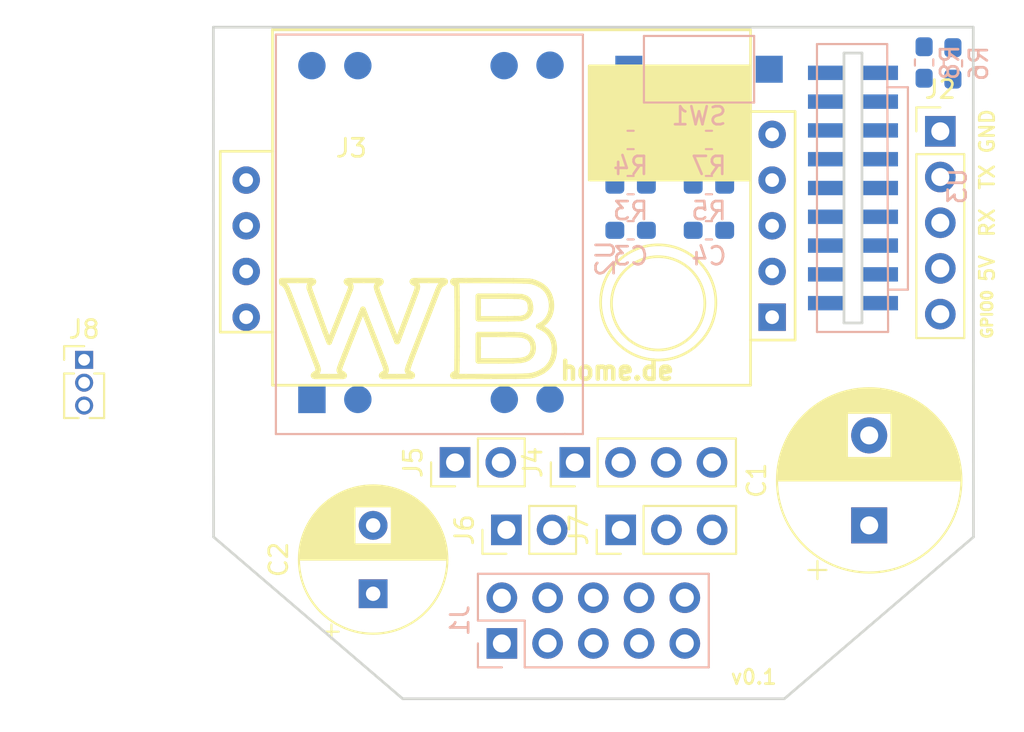
<source format=kicad_pcb>
(kicad_pcb (version 20171130) (host pcbnew "(5.1.4)-1")

  (general
    (thickness 1.6)
    (drawings 287)
    (tracks 0)
    (zones 0)
    (modules 23)
    (nets 51)
  )

  (page A4)
  (title_block
    (title KNX-Busankoppler)
    (date 2019-05-17)
    (rev 1.1)
    (company haus-automatisierung.com)
    (comment 1 "Matthias Kleine")
  )

  (layers
    (0 F.Cu signal)
    (31 B.Cu signal)
    (32 B.Adhes user)
    (33 F.Adhes user)
    (34 B.Paste user)
    (35 F.Paste user)
    (36 B.SilkS user)
    (37 F.SilkS user)
    (38 B.Mask user)
    (39 F.Mask user)
    (40 Dwgs.User user)
    (41 Cmts.User user)
    (42 Eco1.User user)
    (43 Eco2.User user)
    (44 Edge.Cuts user)
    (45 Margin user)
    (46 B.CrtYd user)
    (47 F.CrtYd user)
    (48 B.Fab user)
    (49 F.Fab user)
  )

  (setup
    (last_trace_width 0.25)
    (trace_clearance 0.2)
    (zone_clearance 0.508)
    (zone_45_only no)
    (trace_min 0.2)
    (via_size 0.8)
    (via_drill 0.4)
    (via_min_size 0.4)
    (via_min_drill 0.3)
    (uvia_size 0.3)
    (uvia_drill 0.1)
    (uvias_allowed no)
    (uvia_min_size 0.2)
    (uvia_min_drill 0.1)
    (edge_width 0.15)
    (segment_width 0.2)
    (pcb_text_width 0.3)
    (pcb_text_size 1.5 1.5)
    (mod_edge_width 0.15)
    (mod_text_size 1 1)
    (mod_text_width 0.15)
    (pad_size 1.524 1.524)
    (pad_drill 0.762)
    (pad_to_mask_clearance 0.051)
    (solder_mask_min_width 0.25)
    (aux_axis_origin 0 0)
    (visible_elements 7FFFFFFF)
    (pcbplotparams
      (layerselection 0x010fc_ffffffff)
      (usegerberextensions false)
      (usegerberattributes false)
      (usegerberadvancedattributes false)
      (creategerberjobfile false)
      (excludeedgelayer true)
      (linewidth 0.100000)
      (plotframeref false)
      (viasonmask false)
      (mode 1)
      (useauxorigin false)
      (hpglpennumber 1)
      (hpglpenspeed 20)
      (hpglpendiameter 15.000000)
      (psnegative false)
      (psa4output false)
      (plotreference true)
      (plotvalue true)
      (plotinvisibletext false)
      (padsonsilk false)
      (subtractmaskfromsilk false)
      (outputformat 1)
      (mirror false)
      (drillshape 1)
      (scaleselection 1)
      (outputdirectory ""))
  )

  (net 0 "")
  (net 1 "Net-(J1-Pad5)")
  (net 2 "Net-(J1-Pad10)")
  (net 3 GND)
  (net 4 "Net-(J1-Pad9)")
  (net 5 "Net-(J1-Pad7)")
  (net 6 /Tx)
  (net 7 "Net-(J1-Pad3)")
  (net 8 /Rx)
  (net 9 /GPIO0)
  (net 10 /5V_prog)
  (net 11 "Net-(J3-Pad9)")
  (net 12 "Net-(J3-Pad8)")
  (net 13 "Net-(J3-Pad5)")
  (net 14 "Net-(J3-Pad4)")
  (net 15 "Net-(J3-Pad1)")
  (net 16 /SCL)
  (net 17 /SDA)
  (net 18 +3V3)
  (net 19 /+20-24V)
  (net 20 +5V)
  (net 21 "Net-(C3-Pad2)")
  (net 22 /enable_transmit)
  (net 23 /Soft_Rx)
  (net 24 /Soft_Tx)
  (net 25 /ADC)
  (net 26 /BTN)
  (net 27 /Pixel_LED)
  (net 28 "Net-(R3-Pad2)")
  (net 29 "Net-(R5-Pad2)")
  (net 30 "Net-(U3-Pad18)")
  (net 31 "Net-(U3-Pad17)")
  (net 32 "Net-(U3-Pad1)")
  (net 33 "Net-(U3-Pad2)")
  (net 34 "Net-(U3-Pad3)")
  (net 35 "Net-(U3-Pad4)")
  (net 36 "Net-(U3-Pad5)")
  (net 37 "Net-(U3-Pad6)")
  (net 38 "Net-(U3-Pad7)")
  (net 39 "Net-(U3-Pad8)")
  (net 40 "Net-(U3-Pad9)")
  (net 41 "Net-(U3-Pad10)")
  (net 42 "Net-(U3-Pad11)")
  (net 43 "Net-(U3-Pad12)")
  (net 44 "Net-(U3-Pad13)")
  (net 45 "Net-(U3-Pad14)")
  (net 46 "Net-(U3-Pad15)")
  (net 47 "Net-(U3-Pad16)")
  (net 48 "Net-(J8-Pad3)")
  (net 49 "Net-(J8-Pad2)")
  (net 50 "Net-(J8-Pad1)")

  (net_class Default "This is the default net class."
    (clearance 0.2)
    (trace_width 0.25)
    (via_dia 0.8)
    (via_drill 0.4)
    (uvia_dia 0.3)
    (uvia_drill 0.1)
    (add_net +3V3)
    (add_net +5V)
    (add_net /+20-24V)
    (add_net /5V_prog)
    (add_net /ADC)
    (add_net /BTN)
    (add_net /GPIO0)
    (add_net /Pixel_LED)
    (add_net /Rx)
    (add_net /SCL)
    (add_net /SDA)
    (add_net /Soft_Rx)
    (add_net /Soft_Tx)
    (add_net /Tx)
    (add_net /enable_transmit)
    (add_net GND)
    (add_net "Net-(C3-Pad2)")
    (add_net "Net-(J1-Pad10)")
    (add_net "Net-(J1-Pad3)")
    (add_net "Net-(J1-Pad5)")
    (add_net "Net-(J1-Pad7)")
    (add_net "Net-(J1-Pad9)")
    (add_net "Net-(J3-Pad1)")
    (add_net "Net-(J3-Pad4)")
    (add_net "Net-(J3-Pad5)")
    (add_net "Net-(J3-Pad8)")
    (add_net "Net-(J3-Pad9)")
    (add_net "Net-(J8-Pad1)")
    (add_net "Net-(J8-Pad2)")
    (add_net "Net-(J8-Pad3)")
    (add_net "Net-(R3-Pad2)")
    (add_net "Net-(R5-Pad2)")
    (add_net "Net-(U3-Pad1)")
    (add_net "Net-(U3-Pad10)")
    (add_net "Net-(U3-Pad11)")
    (add_net "Net-(U3-Pad12)")
    (add_net "Net-(U3-Pad13)")
    (add_net "Net-(U3-Pad14)")
    (add_net "Net-(U3-Pad15)")
    (add_net "Net-(U3-Pad16)")
    (add_net "Net-(U3-Pad17)")
    (add_net "Net-(U3-Pad18)")
    (add_net "Net-(U3-Pad2)")
    (add_net "Net-(U3-Pad3)")
    (add_net "Net-(U3-Pad4)")
    (add_net "Net-(U3-Pad5)")
    (add_net "Net-(U3-Pad6)")
    (add_net "Net-(U3-Pad7)")
    (add_net "Net-(U3-Pad8)")
    (add_net "Net-(U3-Pad9)")
  )

  (module Connector_PinHeader_1.27mm:PinHeader_1x03_P1.27mm_Vertical (layer F.Cu) (tedit 59FED6E3) (tstamp 6059EA60)
    (at 113.6 95.4)
    (descr "Through hole straight pin header, 1x03, 1.27mm pitch, single row")
    (tags "Through hole pin header THT 1x03 1.27mm single row")
    (path /60773F60)
    (fp_text reference J8 (at 0 -1.695) (layer F.SilkS)
      (effects (font (size 1 1) (thickness 0.15)))
    )
    (fp_text value Conn_01x03 (at 0 4.235) (layer F.Fab)
      (effects (font (size 1 1) (thickness 0.15)))
    )
    (fp_text user %R (at 0 1.27 90) (layer F.Fab)
      (effects (font (size 1 1) (thickness 0.15)))
    )
    (fp_line (start 1.55 -1.15) (end -1.55 -1.15) (layer F.CrtYd) (width 0.05))
    (fp_line (start 1.55 3.7) (end 1.55 -1.15) (layer F.CrtYd) (width 0.05))
    (fp_line (start -1.55 3.7) (end 1.55 3.7) (layer F.CrtYd) (width 0.05))
    (fp_line (start -1.55 -1.15) (end -1.55 3.7) (layer F.CrtYd) (width 0.05))
    (fp_line (start -1.11 -0.76) (end 0 -0.76) (layer F.SilkS) (width 0.12))
    (fp_line (start -1.11 0) (end -1.11 -0.76) (layer F.SilkS) (width 0.12))
    (fp_line (start 0.563471 0.76) (end 1.11 0.76) (layer F.SilkS) (width 0.12))
    (fp_line (start -1.11 0.76) (end -0.563471 0.76) (layer F.SilkS) (width 0.12))
    (fp_line (start 1.11 0.76) (end 1.11 3.235) (layer F.SilkS) (width 0.12))
    (fp_line (start -1.11 0.76) (end -1.11 3.235) (layer F.SilkS) (width 0.12))
    (fp_line (start 0.30753 3.235) (end 1.11 3.235) (layer F.SilkS) (width 0.12))
    (fp_line (start -1.11 3.235) (end -0.30753 3.235) (layer F.SilkS) (width 0.12))
    (fp_line (start -1.05 -0.11) (end -0.525 -0.635) (layer F.Fab) (width 0.1))
    (fp_line (start -1.05 3.175) (end -1.05 -0.11) (layer F.Fab) (width 0.1))
    (fp_line (start 1.05 3.175) (end -1.05 3.175) (layer F.Fab) (width 0.1))
    (fp_line (start 1.05 -0.635) (end 1.05 3.175) (layer F.Fab) (width 0.1))
    (fp_line (start -0.525 -0.635) (end 1.05 -0.635) (layer F.Fab) (width 0.1))
    (pad 3 thru_hole oval (at 0 2.54) (size 1 1) (drill 0.65) (layers *.Cu *.Mask)
      (net 48 "Net-(J8-Pad3)"))
    (pad 2 thru_hole oval (at 0 1.27) (size 1 1) (drill 0.65) (layers *.Cu *.Mask)
      (net 49 "Net-(J8-Pad2)"))
    (pad 1 thru_hole rect (at 0 0) (size 1 1) (drill 0.65) (layers *.Cu *.Mask)
      (net 50 "Net-(J8-Pad1)"))
    (model ${KISYS3DMOD}/Connector_PinHeader_1.27mm.3dshapes/PinHeader_1x03_P1.27mm_Vertical.wrl
      (at (xyz 0 0 0))
      (scale (xyz 1 1 1))
      (rotate (xyz 0 0 0))
    )
  )

  (module AWTRIX-HD:MP1584 (layer B.Cu) (tedit 6058DD97) (tstamp 6059D435)
    (at 133.25 88.25 90)
    (path /6070E20A)
    (fp_text reference U2 (at -1.525 9.3 -90) (layer B.SilkS)
      (effects (font (size 1 1) (thickness 0.15)) (justify mirror))
    )
    (fp_text value MP1584 (at -4.075 9.3 -90) (layer B.Fab)
      (effects (font (size 1 1) (thickness 0.15)) (justify mirror))
    )
    (fp_line (start 10.925 8.05) (end 10.925 -9) (layer B.SilkS) (width 0.12))
    (fp_line (start -11.275 8.05) (end 10.925 8.05) (layer B.SilkS) (width 0.12))
    (fp_line (start -11.275 -9) (end 10.925 -9) (layer B.SilkS) (width 0.12))
    (fp_line (start -11.275 7.05) (end -11.275 8.05) (layer B.SilkS) (width 0.12))
    (fp_line (start -11.275 -9) (end -11.275 7.05) (layer B.SilkS) (width 0.12))
    (pad 8 smd circle (at 9.2 -7 90) (size 1.524 1.524) (layers B.Cu B.Paste B.Mask)
      (net 3 GND))
    (pad 7 smd circle (at 9.2 -4.45 90) (size 1.524 1.524) (layers B.Cu B.Paste B.Mask)
      (net 3 GND))
    (pad 6 smd circle (at 9.2 3.675 90) (size 1.524 1.524) (layers B.Cu B.Paste B.Mask)
      (net 20 +5V))
    (pad 5 smd circle (at 9.225 6.225 90) (size 1.524 1.524) (layers B.Cu B.Paste B.Mask)
      (net 20 +5V))
    (pad 4 smd circle (at -9.325 6.225 90) (size 1.524 1.524) (layers B.Cu B.Paste B.Mask)
      (net 19 /+20-24V))
    (pad 3 smd circle (at -9.35 3.685 90) (size 1.524 1.524) (layers B.Cu B.Paste B.Mask)
      (net 19 /+20-24V))
    (pad 2 smd circle (at -9.35 -4.45 90) (size 1.524 1.524) (layers B.Cu B.Paste B.Mask)
      (net 3 GND))
    (pad 1 smd rect (at -9.35 -7 90) (size 1.524 1.524) (layers B.Cu B.Paste B.Mask)
      (net 3 GND))
    (model "${KIPRJMOD}/3D/mp1584-1.snapshot.2/MP1584 Regulador.step"
      (offset (xyz -0.6 0 -20.5))
      (scale (xyz 1 1 1))
      (rotate (xyz 0 0 90))
    )
  )

  (module Button_Switch_SMD:SW_SPST_CK_RS282G05A3 (layer B.Cu) (tedit 5A7A67D2) (tstamp 6059D160)
    (at 147.75 79.25)
    (descr https://www.mouser.com/ds/2/60/RS-282G05A-SM_RT-1159762.pdf)
    (tags "SPST button tactile switch")
    (path /60610AED)
    (attr smd)
    (fp_text reference SW1 (at 0 2.6) (layer B.SilkS)
      (effects (font (size 1 1) (thickness 0.15)) (justify mirror))
    )
    (fp_text value SW_Push (at 0 -3) (layer B.Fab)
      (effects (font (size 1 1) (thickness 0.15)) (justify mirror))
    )
    (fp_line (start 3 1.8) (end 3 -1.8) (layer B.Fab) (width 0.1))
    (fp_line (start -3 1.8) (end -3 -1.8) (layer B.Fab) (width 0.1))
    (fp_line (start -3 1.8) (end 3 1.8) (layer B.Fab) (width 0.1))
    (fp_line (start -3 -1.8) (end 3 -1.8) (layer B.Fab) (width 0.1))
    (fp_line (start -1.5 0.8) (end -1.5 -0.8) (layer B.Fab) (width 0.1))
    (fp_line (start 1.5 0.8) (end 1.5 -0.8) (layer B.Fab) (width 0.1))
    (fp_line (start -1.5 0.8) (end 1.5 0.8) (layer B.Fab) (width 0.1))
    (fp_line (start -1.5 -0.8) (end 1.5 -0.8) (layer B.Fab) (width 0.1))
    (fp_line (start -3.06 -1.85) (end -3.06 1.85) (layer B.SilkS) (width 0.12))
    (fp_line (start 3.06 -1.85) (end -3.06 -1.85) (layer B.SilkS) (width 0.12))
    (fp_line (start 3.06 1.85) (end 3.06 -1.85) (layer B.SilkS) (width 0.12))
    (fp_line (start -3.06 1.85) (end 3.06 1.85) (layer B.SilkS) (width 0.12))
    (fp_line (start -1.75 -1) (end -1.75 1) (layer B.Fab) (width 0.1))
    (fp_line (start 1.75 -1) (end -1.75 -1) (layer B.Fab) (width 0.1))
    (fp_line (start 1.75 1) (end 1.75 -1) (layer B.Fab) (width 0.1))
    (fp_line (start -1.75 1) (end 1.75 1) (layer B.Fab) (width 0.1))
    (fp_text user %R (at 0 2.6) (layer B.Fab)
      (effects (font (size 1 1) (thickness 0.15)) (justify mirror))
    )
    (fp_line (start -4.9 2.05) (end 4.9 2.05) (layer B.CrtYd) (width 0.05))
    (fp_line (start 4.9 2.05) (end 4.9 -2.05) (layer B.CrtYd) (width 0.05))
    (fp_line (start 4.9 -2.05) (end -4.9 -2.05) (layer B.CrtYd) (width 0.05))
    (fp_line (start -4.9 -2.05) (end -4.9 2.05) (layer B.CrtYd) (width 0.05))
    (pad 2 smd rect (at 3.9 0) (size 1.5 1.5) (layers B.Cu B.Paste B.Mask)
      (net 21 "Net-(C3-Pad2)"))
    (pad 1 smd rect (at -3.9 0) (size 1.5 1.5) (layers B.Cu B.Paste B.Mask)
      (net 3 GND))
    (model ${KISYS3DMOD}/Button_Switch_SMD.3dshapes/SW_SPST_CK_RS282G05A3.wrl
      (at (xyz 0 0 0))
      (scale (xyz 1 1 1))
      (rotate (xyz 0 0 0))
    )
  )

  (module Capacitor_SMD:C_0603_1608Metric_Pad1.05x0.95mm_HandSolder (layer B.Cu) (tedit 5B301BBE) (tstamp 6059C7D2)
    (at 160.25 78.875 90)
    (descr "Capacitor SMD 0603 (1608 Metric), square (rectangular) end terminal, IPC_7351 nominal with elongated pad for handsoldering. (Body size source: http://www.tortai-tech.com/upload/download/2011102023233369053.pdf), generated with kicad-footprint-generator")
    (tags "capacitor handsolder")
    (path /60657FDF)
    (attr smd)
    (fp_text reference R8 (at 0 1.43 90) (layer B.SilkS)
      (effects (font (size 1 1) (thickness 0.15)) (justify mirror))
    )
    (fp_text value 1k (at 0 -1.43 90) (layer B.Fab)
      (effects (font (size 1 1) (thickness 0.15)) (justify mirror))
    )
    (fp_text user %R (at 0 0 90) (layer B.Fab)
      (effects (font (size 0.4 0.4) (thickness 0.06)) (justify mirror))
    )
    (fp_line (start 1.65 -0.73) (end -1.65 -0.73) (layer B.CrtYd) (width 0.05))
    (fp_line (start 1.65 0.73) (end 1.65 -0.73) (layer B.CrtYd) (width 0.05))
    (fp_line (start -1.65 0.73) (end 1.65 0.73) (layer B.CrtYd) (width 0.05))
    (fp_line (start -1.65 -0.73) (end -1.65 0.73) (layer B.CrtYd) (width 0.05))
    (fp_line (start -0.171267 -0.51) (end 0.171267 -0.51) (layer B.SilkS) (width 0.12))
    (fp_line (start -0.171267 0.51) (end 0.171267 0.51) (layer B.SilkS) (width 0.12))
    (fp_line (start 0.8 -0.4) (end -0.8 -0.4) (layer B.Fab) (width 0.1))
    (fp_line (start 0.8 0.4) (end 0.8 -0.4) (layer B.Fab) (width 0.1))
    (fp_line (start -0.8 0.4) (end 0.8 0.4) (layer B.Fab) (width 0.1))
    (fp_line (start -0.8 -0.4) (end -0.8 0.4) (layer B.Fab) (width 0.1))
    (pad 2 smd roundrect (at 0.875 0 90) (size 1.05 0.95) (layers B.Cu B.Paste B.Mask) (roundrect_rratio 0.25)
      (net 3 GND))
    (pad 1 smd roundrect (at -0.875 0 90) (size 1.05 0.95) (layers B.Cu B.Paste B.Mask) (roundrect_rratio 0.25)
      (net 26 /BTN))
    (model ${KISYS3DMOD}/Capacitor_SMD.3dshapes/C_0603_1608Metric.wrl
      (at (xyz 0 0 0))
      (scale (xyz 1 1 1))
      (rotate (xyz 0 0 0))
    )
  )

  (module Capacitor_SMD:C_0603_1608Metric_Pad1.05x0.95mm_HandSolder (layer B.Cu) (tedit 5B301BBE) (tstamp 6059D066)
    (at 148.3 83.18)
    (descr "Capacitor SMD 0603 (1608 Metric), square (rectangular) end terminal, IPC_7351 nominal with elongated pad for handsoldering. (Body size source: http://www.tortai-tech.com/upload/download/2011102023233369053.pdf), generated with kicad-footprint-generator")
    (tags "capacitor handsolder")
    (path /605D6705)
    (attr smd)
    (fp_text reference R7 (at 0 1.43) (layer B.SilkS)
      (effects (font (size 1 1) (thickness 0.15)) (justify mirror))
    )
    (fp_text value 1k (at 0 -1.43) (layer B.Fab)
      (effects (font (size 1 1) (thickness 0.15)) (justify mirror))
    )
    (fp_text user %R (at 0 0) (layer B.Fab)
      (effects (font (size 0.4 0.4) (thickness 0.06)) (justify mirror))
    )
    (fp_line (start 1.65 -0.73) (end -1.65 -0.73) (layer B.CrtYd) (width 0.05))
    (fp_line (start 1.65 0.73) (end 1.65 -0.73) (layer B.CrtYd) (width 0.05))
    (fp_line (start -1.65 0.73) (end 1.65 0.73) (layer B.CrtYd) (width 0.05))
    (fp_line (start -1.65 -0.73) (end -1.65 0.73) (layer B.CrtYd) (width 0.05))
    (fp_line (start -0.171267 -0.51) (end 0.171267 -0.51) (layer B.SilkS) (width 0.12))
    (fp_line (start -0.171267 0.51) (end 0.171267 0.51) (layer B.SilkS) (width 0.12))
    (fp_line (start 0.8 -0.4) (end -0.8 -0.4) (layer B.Fab) (width 0.1))
    (fp_line (start 0.8 0.4) (end 0.8 -0.4) (layer B.Fab) (width 0.1))
    (fp_line (start -0.8 0.4) (end 0.8 0.4) (layer B.Fab) (width 0.1))
    (fp_line (start -0.8 -0.4) (end -0.8 0.4) (layer B.Fab) (width 0.1))
    (pad 2 smd roundrect (at 0.875 0) (size 1.05 0.95) (layers B.Cu B.Paste B.Mask) (roundrect_rratio 0.25)
      (net 3 GND))
    (pad 1 smd roundrect (at -0.875 0) (size 1.05 0.95) (layers B.Cu B.Paste B.Mask) (roundrect_rratio 0.25)
      (net 25 /ADC))
    (model ${KISYS3DMOD}/Capacitor_SMD.3dshapes/C_0603_1608Metric.wrl
      (at (xyz 0 0 0))
      (scale (xyz 1 1 1))
      (rotate (xyz 0 0 0))
    )
  )

  (module Capacitor_SMD:C_0603_1608Metric_Pad1.05x0.95mm_HandSolder (layer B.Cu) (tedit 5B301BBE) (tstamp 6059D0F6)
    (at 161.85 78.925 90)
    (descr "Capacitor SMD 0603 (1608 Metric), square (rectangular) end terminal, IPC_7351 nominal with elongated pad for handsoldering. (Body size source: http://www.tortai-tech.com/upload/download/2011102023233369053.pdf), generated with kicad-footprint-generator")
    (tags "capacitor handsolder")
    (path /605E6A8C)
    (attr smd)
    (fp_text reference R6 (at 0 1.43 90) (layer B.SilkS)
      (effects (font (size 1 1) (thickness 0.15)) (justify mirror))
    )
    (fp_text value 10k (at 0 -1.43 90) (layer B.Fab)
      (effects (font (size 1 1) (thickness 0.15)) (justify mirror))
    )
    (fp_text user %R (at 0 0 90) (layer B.Fab)
      (effects (font (size 0.4 0.4) (thickness 0.06)) (justify mirror))
    )
    (fp_line (start 1.65 -0.73) (end -1.65 -0.73) (layer B.CrtYd) (width 0.05))
    (fp_line (start 1.65 0.73) (end 1.65 -0.73) (layer B.CrtYd) (width 0.05))
    (fp_line (start -1.65 0.73) (end 1.65 0.73) (layer B.CrtYd) (width 0.05))
    (fp_line (start -1.65 -0.73) (end -1.65 0.73) (layer B.CrtYd) (width 0.05))
    (fp_line (start -0.171267 -0.51) (end 0.171267 -0.51) (layer B.SilkS) (width 0.12))
    (fp_line (start -0.171267 0.51) (end 0.171267 0.51) (layer B.SilkS) (width 0.12))
    (fp_line (start 0.8 -0.4) (end -0.8 -0.4) (layer B.Fab) (width 0.1))
    (fp_line (start 0.8 0.4) (end 0.8 -0.4) (layer B.Fab) (width 0.1))
    (fp_line (start -0.8 0.4) (end 0.8 0.4) (layer B.Fab) (width 0.1))
    (fp_line (start -0.8 -0.4) (end -0.8 0.4) (layer B.Fab) (width 0.1))
    (pad 2 smd roundrect (at 0.875 0 90) (size 1.05 0.95) (layers B.Cu B.Paste B.Mask) (roundrect_rratio 0.25)
      (net 9 /GPIO0))
    (pad 1 smd roundrect (at -0.875 0 90) (size 1.05 0.95) (layers B.Cu B.Paste B.Mask) (roundrect_rratio 0.25)
      (net 18 +3V3))
    (model ${KISYS3DMOD}/Capacitor_SMD.3dshapes/C_0603_1608Metric.wrl
      (at (xyz 0 0 0))
      (scale (xyz 1 1 1))
      (rotate (xyz 0 0 0))
    )
  )

  (module Capacitor_SMD:C_0603_1608Metric_Pad1.05x0.95mm_HandSolder (layer B.Cu) (tedit 5B301BBE) (tstamp 6059D0C6)
    (at 148.3 85.69)
    (descr "Capacitor SMD 0603 (1608 Metric), square (rectangular) end terminal, IPC_7351 nominal with elongated pad for handsoldering. (Body size source: http://www.tortai-tech.com/upload/download/2011102023233369053.pdf), generated with kicad-footprint-generator")
    (tags "capacitor handsolder")
    (path /605F24A0)
    (attr smd)
    (fp_text reference R5 (at 0 1.43) (layer B.SilkS)
      (effects (font (size 1 1) (thickness 0.15)) (justify mirror))
    )
    (fp_text value 100R (at 0 -1.43) (layer B.Fab)
      (effects (font (size 1 1) (thickness 0.15)) (justify mirror))
    )
    (fp_text user %R (at 0 0) (layer B.Fab)
      (effects (font (size 0.4 0.4) (thickness 0.06)) (justify mirror))
    )
    (fp_line (start 1.65 -0.73) (end -1.65 -0.73) (layer B.CrtYd) (width 0.05))
    (fp_line (start 1.65 0.73) (end 1.65 -0.73) (layer B.CrtYd) (width 0.05))
    (fp_line (start -1.65 0.73) (end 1.65 0.73) (layer B.CrtYd) (width 0.05))
    (fp_line (start -1.65 -0.73) (end -1.65 0.73) (layer B.CrtYd) (width 0.05))
    (fp_line (start -0.171267 -0.51) (end 0.171267 -0.51) (layer B.SilkS) (width 0.12))
    (fp_line (start -0.171267 0.51) (end 0.171267 0.51) (layer B.SilkS) (width 0.12))
    (fp_line (start 0.8 -0.4) (end -0.8 -0.4) (layer B.Fab) (width 0.1))
    (fp_line (start 0.8 0.4) (end 0.8 -0.4) (layer B.Fab) (width 0.1))
    (fp_line (start -0.8 0.4) (end 0.8 0.4) (layer B.Fab) (width 0.1))
    (fp_line (start -0.8 -0.4) (end -0.8 0.4) (layer B.Fab) (width 0.1))
    (pad 2 smd roundrect (at 0.875 0) (size 1.05 0.95) (layers B.Cu B.Paste B.Mask) (roundrect_rratio 0.25)
      (net 29 "Net-(R5-Pad2)"))
    (pad 1 smd roundrect (at -0.875 0) (size 1.05 0.95) (layers B.Cu B.Paste B.Mask) (roundrect_rratio 0.25)
      (net 8 /Rx))
    (model ${KISYS3DMOD}/Capacitor_SMD.3dshapes/C_0603_1608Metric.wrl
      (at (xyz 0 0 0))
      (scale (xyz 1 1 1))
      (rotate (xyz 0 0 0))
    )
  )

  (module Capacitor_SMD:C_0603_1608Metric_Pad1.05x0.95mm_HandSolder (layer B.Cu) (tedit 5B301BBE) (tstamp 6059D096)
    (at 143.95 83.18)
    (descr "Capacitor SMD 0603 (1608 Metric), square (rectangular) end terminal, IPC_7351 nominal with elongated pad for handsoldering. (Body size source: http://www.tortai-tech.com/upload/download/2011102023233369053.pdf), generated with kicad-footprint-generator")
    (tags "capacitor handsolder")
    (path /605F854F)
    (attr smd)
    (fp_text reference R4 (at 0 1.43) (layer B.SilkS)
      (effects (font (size 1 1) (thickness 0.15)) (justify mirror))
    )
    (fp_text value 10k (at 0 -1.43) (layer B.Fab)
      (effects (font (size 1 1) (thickness 0.15)) (justify mirror))
    )
    (fp_text user %R (at 0 0) (layer B.Fab)
      (effects (font (size 0.4 0.4) (thickness 0.06)) (justify mirror))
    )
    (fp_line (start 1.65 -0.73) (end -1.65 -0.73) (layer B.CrtYd) (width 0.05))
    (fp_line (start 1.65 0.73) (end 1.65 -0.73) (layer B.CrtYd) (width 0.05))
    (fp_line (start -1.65 0.73) (end 1.65 0.73) (layer B.CrtYd) (width 0.05))
    (fp_line (start -1.65 -0.73) (end -1.65 0.73) (layer B.CrtYd) (width 0.05))
    (fp_line (start -0.171267 -0.51) (end 0.171267 -0.51) (layer B.SilkS) (width 0.12))
    (fp_line (start -0.171267 0.51) (end 0.171267 0.51) (layer B.SilkS) (width 0.12))
    (fp_line (start 0.8 -0.4) (end -0.8 -0.4) (layer B.Fab) (width 0.1))
    (fp_line (start 0.8 0.4) (end 0.8 -0.4) (layer B.Fab) (width 0.1))
    (fp_line (start -0.8 0.4) (end 0.8 0.4) (layer B.Fab) (width 0.1))
    (fp_line (start -0.8 -0.4) (end -0.8 0.4) (layer B.Fab) (width 0.1))
    (pad 2 smd roundrect (at 0.875 0) (size 1.05 0.95) (layers B.Cu B.Paste B.Mask) (roundrect_rratio 0.25)
      (net 21 "Net-(C3-Pad2)"))
    (pad 1 smd roundrect (at -0.875 0) (size 1.05 0.95) (layers B.Cu B.Paste B.Mask) (roundrect_rratio 0.25)
      (net 18 +3V3))
    (model ${KISYS3DMOD}/Capacitor_SMD.3dshapes/C_0603_1608Metric.wrl
      (at (xyz 0 0 0))
      (scale (xyz 1 1 1))
      (rotate (xyz 0 0 0))
    )
  )

  (module Capacitor_SMD:C_0603_1608Metric_Pad1.05x0.95mm_HandSolder (layer B.Cu) (tedit 5B301BBE) (tstamp 6059D1A4)
    (at 143.95 85.69)
    (descr "Capacitor SMD 0603 (1608 Metric), square (rectangular) end terminal, IPC_7351 nominal with elongated pad for handsoldering. (Body size source: http://www.tortai-tech.com/upload/download/2011102023233369053.pdf), generated with kicad-footprint-generator")
    (tags "capacitor handsolder")
    (path /605F7853)
    (attr smd)
    (fp_text reference R3 (at 0 1.43) (layer B.SilkS)
      (effects (font (size 1 1) (thickness 0.15)) (justify mirror))
    )
    (fp_text value 10k (at 0 -1.43) (layer B.Fab)
      (effects (font (size 1 1) (thickness 0.15)) (justify mirror))
    )
    (fp_text user %R (at 0 0) (layer B.Fab)
      (effects (font (size 0.4 0.4) (thickness 0.06)) (justify mirror))
    )
    (fp_line (start 1.65 -0.73) (end -1.65 -0.73) (layer B.CrtYd) (width 0.05))
    (fp_line (start 1.65 0.73) (end 1.65 -0.73) (layer B.CrtYd) (width 0.05))
    (fp_line (start -1.65 0.73) (end 1.65 0.73) (layer B.CrtYd) (width 0.05))
    (fp_line (start -1.65 -0.73) (end -1.65 0.73) (layer B.CrtYd) (width 0.05))
    (fp_line (start -0.171267 -0.51) (end 0.171267 -0.51) (layer B.SilkS) (width 0.12))
    (fp_line (start -0.171267 0.51) (end 0.171267 0.51) (layer B.SilkS) (width 0.12))
    (fp_line (start 0.8 -0.4) (end -0.8 -0.4) (layer B.Fab) (width 0.1))
    (fp_line (start 0.8 0.4) (end 0.8 -0.4) (layer B.Fab) (width 0.1))
    (fp_line (start -0.8 0.4) (end 0.8 0.4) (layer B.Fab) (width 0.1))
    (fp_line (start -0.8 -0.4) (end -0.8 0.4) (layer B.Fab) (width 0.1))
    (pad 2 smd roundrect (at 0.875 0) (size 1.05 0.95) (layers B.Cu B.Paste B.Mask) (roundrect_rratio 0.25)
      (net 28 "Net-(R3-Pad2)"))
    (pad 1 smd roundrect (at -0.875 0) (size 1.05 0.95) (layers B.Cu B.Paste B.Mask) (roundrect_rratio 0.25)
      (net 18 +3V3))
    (model ${KISYS3DMOD}/Capacitor_SMD.3dshapes/C_0603_1608Metric.wrl
      (at (xyz 0 0 0))
      (scale (xyz 1 1 1))
      (rotate (xyz 0 0 0))
    )
  )

  (module Capacitor_SMD:C_0603_1608Metric_Pad1.05x0.95mm_HandSolder (layer B.Cu) (tedit 5B301BBE) (tstamp 6059D126)
    (at 148.3 88.2)
    (descr "Capacitor SMD 0603 (1608 Metric), square (rectangular) end terminal, IPC_7351 nominal with elongated pad for handsoldering. (Body size source: http://www.tortai-tech.com/upload/download/2011102023233369053.pdf), generated with kicad-footprint-generator")
    (tags "capacitor handsolder")
    (path /605E4B36)
    (attr smd)
    (fp_text reference C4 (at 0 1.43) (layer B.SilkS)
      (effects (font (size 1 1) (thickness 0.15)) (justify mirror))
    )
    (fp_text value 100nF (at 0 -1.43) (layer B.Fab)
      (effects (font (size 1 1) (thickness 0.15)) (justify mirror))
    )
    (fp_text user %R (at 0 0) (layer B.Fab)
      (effects (font (size 0.4 0.4) (thickness 0.06)) (justify mirror))
    )
    (fp_line (start 1.65 -0.73) (end -1.65 -0.73) (layer B.CrtYd) (width 0.05))
    (fp_line (start 1.65 0.73) (end 1.65 -0.73) (layer B.CrtYd) (width 0.05))
    (fp_line (start -1.65 0.73) (end 1.65 0.73) (layer B.CrtYd) (width 0.05))
    (fp_line (start -1.65 -0.73) (end -1.65 0.73) (layer B.CrtYd) (width 0.05))
    (fp_line (start -0.171267 -0.51) (end 0.171267 -0.51) (layer B.SilkS) (width 0.12))
    (fp_line (start -0.171267 0.51) (end 0.171267 0.51) (layer B.SilkS) (width 0.12))
    (fp_line (start 0.8 -0.4) (end -0.8 -0.4) (layer B.Fab) (width 0.1))
    (fp_line (start 0.8 0.4) (end 0.8 -0.4) (layer B.Fab) (width 0.1))
    (fp_line (start -0.8 0.4) (end 0.8 0.4) (layer B.Fab) (width 0.1))
    (fp_line (start -0.8 -0.4) (end -0.8 0.4) (layer B.Fab) (width 0.1))
    (pad 2 smd roundrect (at 0.875 0) (size 1.05 0.95) (layers B.Cu B.Paste B.Mask) (roundrect_rratio 0.25)
      (net 18 +3V3))
    (pad 1 smd roundrect (at -0.875 0) (size 1.05 0.95) (layers B.Cu B.Paste B.Mask) (roundrect_rratio 0.25)
      (net 3 GND))
    (model ${KISYS3DMOD}/Capacitor_SMD.3dshapes/C_0603_1608Metric.wrl
      (at (xyz 0 0 0))
      (scale (xyz 1 1 1))
      (rotate (xyz 0 0 0))
    )
  )

  (module Capacitor_SMD:C_0603_1608Metric_Pad1.05x0.95mm_HandSolder (layer B.Cu) (tedit 5B301BBE) (tstamp 6059D1D4)
    (at 143.95 88.2)
    (descr "Capacitor SMD 0603 (1608 Metric), square (rectangular) end terminal, IPC_7351 nominal with elongated pad for handsoldering. (Body size source: http://www.tortai-tech.com/upload/download/2011102023233369053.pdf), generated with kicad-footprint-generator")
    (tags "capacitor handsolder")
    (path /60603391)
    (attr smd)
    (fp_text reference C3 (at 0 1.43) (layer B.SilkS)
      (effects (font (size 1 1) (thickness 0.15)) (justify mirror))
    )
    (fp_text value 100nF (at 0 -1.43) (layer B.Fab)
      (effects (font (size 1 1) (thickness 0.15)) (justify mirror))
    )
    (fp_text user %R (at 0 0) (layer B.Fab)
      (effects (font (size 0.4 0.4) (thickness 0.06)) (justify mirror))
    )
    (fp_line (start 1.65 -0.73) (end -1.65 -0.73) (layer B.CrtYd) (width 0.05))
    (fp_line (start 1.65 0.73) (end 1.65 -0.73) (layer B.CrtYd) (width 0.05))
    (fp_line (start -1.65 0.73) (end 1.65 0.73) (layer B.CrtYd) (width 0.05))
    (fp_line (start -1.65 -0.73) (end -1.65 0.73) (layer B.CrtYd) (width 0.05))
    (fp_line (start -0.171267 -0.51) (end 0.171267 -0.51) (layer B.SilkS) (width 0.12))
    (fp_line (start -0.171267 0.51) (end 0.171267 0.51) (layer B.SilkS) (width 0.12))
    (fp_line (start 0.8 -0.4) (end -0.8 -0.4) (layer B.Fab) (width 0.1))
    (fp_line (start 0.8 0.4) (end 0.8 -0.4) (layer B.Fab) (width 0.1))
    (fp_line (start -0.8 0.4) (end 0.8 0.4) (layer B.Fab) (width 0.1))
    (fp_line (start -0.8 -0.4) (end -0.8 0.4) (layer B.Fab) (width 0.1))
    (pad 2 smd roundrect (at 0.875 0) (size 1.05 0.95) (layers B.Cu B.Paste B.Mask) (roundrect_rratio 0.25)
      (net 21 "Net-(C3-Pad2)"))
    (pad 1 smd roundrect (at -0.875 0) (size 1.05 0.95) (layers B.Cu B.Paste B.Mask) (roundrect_rratio 0.25)
      (net 3 GND))
    (model ${KISYS3DMOD}/Capacitor_SMD.3dshapes/C_0603_1608Metric.wrl
      (at (xyz 0 0 0))
      (scale (xyz 1 1 1))
      (rotate (xyz 0 0 0))
    )
  )

  (module AWTRIX-HD:ESP-01M (layer B.Cu) (tedit 6058CFC0) (tstamp 6059CBC0)
    (at 156.3 85.85 270)
    (descr "Wi-Fi Module, http://wiki.ai-thinker.com/_media/esp8266/docs/a007ps01a2_esp-07_product_specification_v1.2.pdf")
    (tags "Wi-Fi Module")
    (path /606D7052)
    (attr smd)
    (fp_text reference U3 (at -0.1 -5.8 90) (layer B.SilkS)
      (effects (font (size 1 1) (thickness 0.15)) (justify mirror))
    )
    (fp_text value ESP-12E (at -0.1 -3.8 90) (layer B.Fab)
      (effects (font (size 1 1) (thickness 0.15)) (justify mirror))
    )
    (fp_line (start 5.65 -3.05) (end 5.65 -1.95) (layer B.SilkS) (width 0.12))
    (fp_line (start -5.6 -3.05) (end 5.65 -3.05) (layer B.SilkS) (width 0.12))
    (fp_line (start -5.6 -1.9) (end -5.6 -3.05) (layer B.SilkS) (width 0.12))
    (fp_line (start -8 -1.9) (end -8 2) (layer B.SilkS) (width 0.12))
    (fp_line (start 8 -1.95) (end -8 -1.9) (layer B.SilkS) (width 0.12))
    (fp_line (start 8 2) (end 8 -1.95) (layer B.SilkS) (width 0.12))
    (fp_line (start -8 2) (end 8 2) (layer B.SilkS) (width 0.12))
    (fp_line (start 7.5 0.5) (end -7.5 0.5) (layer Cmts.User) (width 0.12))
    (fp_line (start 7.5 -0.5) (end 7.5 0.5) (layer Cmts.User) (width 0.12))
    (fp_line (start -7.5 -0.5) (end 7.5 -0.5) (layer Cmts.User) (width 0.12))
    (fp_line (start -7.5 0.5) (end -7.5 -0.5) (layer Cmts.User) (width 0.12))
    (pad 18 smd rect (at -6.4 1.5 180) (size 2 0.8) (layers B.Cu B.Paste B.Mask)
      (net 30 "Net-(U3-Pad18)"))
    (pad 17 smd rect (at -4.8 1.5 180) (size 2 0.8) (layers B.Cu B.Paste B.Mask)
      (net 31 "Net-(U3-Pad17)"))
    (pad 1 smd rect (at -6.4 -1.5) (size 2 0.8) (layers B.Cu B.Paste B.Mask)
      (net 32 "Net-(U3-Pad1)"))
    (pad 2 smd rect (at -4.8 -1.5 180) (size 2 0.8) (layers B.Cu B.Paste B.Mask)
      (net 33 "Net-(U3-Pad2)"))
    (pad 3 smd rect (at -3.2 -1.5 180) (size 2 0.8) (layers B.Cu B.Paste B.Mask)
      (net 34 "Net-(U3-Pad3)"))
    (pad 4 smd rect (at -1.6 -1.5 180) (size 2 0.8) (layers B.Cu B.Paste B.Mask)
      (net 35 "Net-(U3-Pad4)"))
    (pad 5 smd rect (at 0 -1.5 180) (size 2 0.8) (layers B.Cu B.Paste B.Mask)
      (net 36 "Net-(U3-Pad5)"))
    (pad 6 smd rect (at 1.6 -1.5 180) (size 2 0.8) (layers B.Cu B.Paste B.Mask)
      (net 37 "Net-(U3-Pad6)"))
    (pad 7 smd rect (at 3.2 -1.5 180) (size 2 0.8) (layers B.Cu B.Paste B.Mask)
      (net 38 "Net-(U3-Pad7)"))
    (pad 8 smd rect (at 4.8 -1.5 180) (size 2 0.8) (layers B.Cu B.Paste B.Mask)
      (net 39 "Net-(U3-Pad8)"))
    (pad 9 smd rect (at 6.4 -1.5 180) (size 2 0.8) (layers B.Cu B.Paste B.Mask)
      (net 40 "Net-(U3-Pad9)"))
    (pad 10 smd rect (at 6.4 1.5 180) (size 2 0.8) (layers B.Cu B.Paste B.Mask)
      (net 41 "Net-(U3-Pad10)"))
    (pad 11 smd rect (at 4.8 1.5 180) (size 2 0.8) (layers B.Cu B.Paste B.Mask)
      (net 42 "Net-(U3-Pad11)"))
    (pad 12 smd rect (at 3.2 1.5 180) (size 2 0.8) (layers B.Cu B.Paste B.Mask)
      (net 43 "Net-(U3-Pad12)"))
    (pad 13 smd rect (at 1.6 1.5 180) (size 2 0.8) (layers B.Cu B.Paste B.Mask)
      (net 44 "Net-(U3-Pad13)"))
    (pad 14 smd rect (at 0 1.5 180) (size 2 0.8) (layers B.Cu B.Paste B.Mask)
      (net 45 "Net-(U3-Pad14)"))
    (pad 15 smd rect (at -1.6 1.5 180) (size 2 0.8) (layers B.Cu B.Paste B.Mask)
      (net 46 "Net-(U3-Pad15)"))
    (pad 16 smd rect (at -3.2 1.5 180) (size 2 0.8) (layers B.Cu B.Paste B.Mask)
      (net 47 "Net-(U3-Pad16)"))
    (model ${KIPRJMOD}/3D/esp-01m-1.snapshot.3/ESP-01M.stp
      (offset (xyz 0 0.4 -1.7))
      (scale (xyz 1 1 1))
      (rotate (xyz 90 0 180))
    )
  )

  (module Connector_PinHeader_2.54mm:PinHeader_1x03_P2.54mm_Vertical (layer F.Cu) (tedit 59FED5CC) (tstamp 60595AB0)
    (at 143.4 104.85 90)
    (descr "Through hole straight pin header, 1x03, 2.54mm pitch, single row")
    (tags "Through hole pin header THT 1x03 2.54mm single row")
    (path /606978BF)
    (fp_text reference J7 (at 0 -2.33 90) (layer F.SilkS)
      (effects (font (size 1 1) (thickness 0.15)))
    )
    (fp_text value Conn_01x03 (at 0 7.41 90) (layer F.Fab)
      (effects (font (size 1 1) (thickness 0.15)))
    )
    (fp_text user %R (at 0 2.54) (layer F.Fab)
      (effects (font (size 1 1) (thickness 0.15)))
    )
    (fp_line (start 1.8 -1.8) (end -1.8 -1.8) (layer F.CrtYd) (width 0.05))
    (fp_line (start 1.8 6.85) (end 1.8 -1.8) (layer F.CrtYd) (width 0.05))
    (fp_line (start -1.8 6.85) (end 1.8 6.85) (layer F.CrtYd) (width 0.05))
    (fp_line (start -1.8 -1.8) (end -1.8 6.85) (layer F.CrtYd) (width 0.05))
    (fp_line (start -1.33 -1.33) (end 0 -1.33) (layer F.SilkS) (width 0.12))
    (fp_line (start -1.33 0) (end -1.33 -1.33) (layer F.SilkS) (width 0.12))
    (fp_line (start -1.33 1.27) (end 1.33 1.27) (layer F.SilkS) (width 0.12))
    (fp_line (start 1.33 1.27) (end 1.33 6.41) (layer F.SilkS) (width 0.12))
    (fp_line (start -1.33 1.27) (end -1.33 6.41) (layer F.SilkS) (width 0.12))
    (fp_line (start -1.33 6.41) (end 1.33 6.41) (layer F.SilkS) (width 0.12))
    (fp_line (start -1.27 -0.635) (end -0.635 -1.27) (layer F.Fab) (width 0.1))
    (fp_line (start -1.27 6.35) (end -1.27 -0.635) (layer F.Fab) (width 0.1))
    (fp_line (start 1.27 6.35) (end -1.27 6.35) (layer F.Fab) (width 0.1))
    (fp_line (start 1.27 -1.27) (end 1.27 6.35) (layer F.Fab) (width 0.1))
    (fp_line (start -0.635 -1.27) (end 1.27 -1.27) (layer F.Fab) (width 0.1))
    (pad 3 thru_hole oval (at 0 5.08 90) (size 1.7 1.7) (drill 1) (layers *.Cu *.Mask)
      (net 3 GND))
    (pad 2 thru_hole oval (at 0 2.54 90) (size 1.7 1.7) (drill 1) (layers *.Cu *.Mask)
      (net 27 /Pixel_LED))
    (pad 1 thru_hole rect (at 0 0 90) (size 1.7 1.7) (drill 1) (layers *.Cu *.Mask)
      (net 20 +5V))
    (model ${KISYS3DMOD}/Connector_PinHeader_2.54mm.3dshapes/PinHeader_1x03_P2.54mm_Vertical.wrl
      (at (xyz 0 0 0))
      (scale (xyz 1 1 1))
      (rotate (xyz 0 0 0))
    )
  )

  (module Connector_PinHeader_2.54mm:PinHeader_1x02_P2.54mm_Vertical (layer F.Cu) (tedit 59FED5CC) (tstamp 60595A99)
    (at 137.05 104.85 90)
    (descr "Through hole straight pin header, 1x02, 2.54mm pitch, single row")
    (tags "Through hole pin header THT 1x02 2.54mm single row")
    (path /60657FD8)
    (fp_text reference J6 (at 0 -2.33 90) (layer F.SilkS)
      (effects (font (size 1 1) (thickness 0.15)))
    )
    (fp_text value Conn_01x02 (at 0 4.87 90) (layer F.Fab)
      (effects (font (size 1 1) (thickness 0.15)))
    )
    (fp_text user %R (at 0 1.27) (layer F.Fab)
      (effects (font (size 1 1) (thickness 0.15)))
    )
    (fp_line (start 1.8 -1.8) (end -1.8 -1.8) (layer F.CrtYd) (width 0.05))
    (fp_line (start 1.8 4.35) (end 1.8 -1.8) (layer F.CrtYd) (width 0.05))
    (fp_line (start -1.8 4.35) (end 1.8 4.35) (layer F.CrtYd) (width 0.05))
    (fp_line (start -1.8 -1.8) (end -1.8 4.35) (layer F.CrtYd) (width 0.05))
    (fp_line (start -1.33 -1.33) (end 0 -1.33) (layer F.SilkS) (width 0.12))
    (fp_line (start -1.33 0) (end -1.33 -1.33) (layer F.SilkS) (width 0.12))
    (fp_line (start -1.33 1.27) (end 1.33 1.27) (layer F.SilkS) (width 0.12))
    (fp_line (start 1.33 1.27) (end 1.33 3.87) (layer F.SilkS) (width 0.12))
    (fp_line (start -1.33 1.27) (end -1.33 3.87) (layer F.SilkS) (width 0.12))
    (fp_line (start -1.33 3.87) (end 1.33 3.87) (layer F.SilkS) (width 0.12))
    (fp_line (start -1.27 -0.635) (end -0.635 -1.27) (layer F.Fab) (width 0.1))
    (fp_line (start -1.27 3.81) (end -1.27 -0.635) (layer F.Fab) (width 0.1))
    (fp_line (start 1.27 3.81) (end -1.27 3.81) (layer F.Fab) (width 0.1))
    (fp_line (start 1.27 -1.27) (end 1.27 3.81) (layer F.Fab) (width 0.1))
    (fp_line (start -0.635 -1.27) (end 1.27 -1.27) (layer F.Fab) (width 0.1))
    (pad 2 thru_hole oval (at 0 2.54 90) (size 1.7 1.7) (drill 1) (layers *.Cu *.Mask)
      (net 26 /BTN))
    (pad 1 thru_hole rect (at 0 0 90) (size 1.7 1.7) (drill 1) (layers *.Cu *.Mask)
      (net 18 +3V3))
    (model ${KISYS3DMOD}/Connector_PinHeader_2.54mm.3dshapes/PinHeader_1x02_P2.54mm_Vertical.wrl
      (at (xyz 0 0 0))
      (scale (xyz 1 1 1))
      (rotate (xyz 0 0 0))
    )
  )

  (module Connector_PinHeader_2.54mm:PinHeader_1x02_P2.54mm_Vertical (layer F.Cu) (tedit 59FED5CC) (tstamp 60595A83)
    (at 134.2 101.1 90)
    (descr "Through hole straight pin header, 1x02, 2.54mm pitch, single row")
    (tags "Through hole pin header THT 1x02 2.54mm single row")
    (path /605D44E0)
    (fp_text reference J5 (at 0 -2.33 90) (layer F.SilkS)
      (effects (font (size 1 1) (thickness 0.15)))
    )
    (fp_text value Conn_01x02 (at 0 4.87 90) (layer F.Fab)
      (effects (font (size 1 1) (thickness 0.15)))
    )
    (fp_text user %R (at 0 1.27) (layer F.Fab)
      (effects (font (size 1 1) (thickness 0.15)))
    )
    (fp_line (start 1.8 -1.8) (end -1.8 -1.8) (layer F.CrtYd) (width 0.05))
    (fp_line (start 1.8 4.35) (end 1.8 -1.8) (layer F.CrtYd) (width 0.05))
    (fp_line (start -1.8 4.35) (end 1.8 4.35) (layer F.CrtYd) (width 0.05))
    (fp_line (start -1.8 -1.8) (end -1.8 4.35) (layer F.CrtYd) (width 0.05))
    (fp_line (start -1.33 -1.33) (end 0 -1.33) (layer F.SilkS) (width 0.12))
    (fp_line (start -1.33 0) (end -1.33 -1.33) (layer F.SilkS) (width 0.12))
    (fp_line (start -1.33 1.27) (end 1.33 1.27) (layer F.SilkS) (width 0.12))
    (fp_line (start 1.33 1.27) (end 1.33 3.87) (layer F.SilkS) (width 0.12))
    (fp_line (start -1.33 1.27) (end -1.33 3.87) (layer F.SilkS) (width 0.12))
    (fp_line (start -1.33 3.87) (end 1.33 3.87) (layer F.SilkS) (width 0.12))
    (fp_line (start -1.27 -0.635) (end -0.635 -1.27) (layer F.Fab) (width 0.1))
    (fp_line (start -1.27 3.81) (end -1.27 -0.635) (layer F.Fab) (width 0.1))
    (fp_line (start 1.27 3.81) (end -1.27 3.81) (layer F.Fab) (width 0.1))
    (fp_line (start 1.27 -1.27) (end 1.27 3.81) (layer F.Fab) (width 0.1))
    (fp_line (start -0.635 -1.27) (end 1.27 -1.27) (layer F.Fab) (width 0.1))
    (pad 2 thru_hole oval (at 0 2.54 90) (size 1.7 1.7) (drill 1) (layers *.Cu *.Mask)
      (net 25 /ADC))
    (pad 1 thru_hole rect (at 0 0 90) (size 1.7 1.7) (drill 1) (layers *.Cu *.Mask)
      (net 18 +3V3))
    (model ${KISYS3DMOD}/Connector_PinHeader_2.54mm.3dshapes/PinHeader_1x02_P2.54mm_Vertical.wrl
      (at (xyz 0 0 0))
      (scale (xyz 1 1 1))
      (rotate (xyz 0 0 0))
    )
  )

  (module Connector_PinHeader_2.54mm:PinHeader_1x04_P2.54mm_Vertical (layer F.Cu) (tedit 59FED5CC) (tstamp 6059D859)
    (at 140.85 101.1 90)
    (descr "Through hole straight pin header, 1x04, 2.54mm pitch, single row")
    (tags "Through hole pin header THT 1x04 2.54mm single row")
    (path /605AEE48)
    (fp_text reference J4 (at 0 -2.33 90) (layer F.SilkS)
      (effects (font (size 1 1) (thickness 0.15)))
    )
    (fp_text value Conn_01x04 (at 0 9.95 90) (layer F.Fab)
      (effects (font (size 1 1) (thickness 0.15)))
    )
    (fp_text user %R (at 0 3.81) (layer F.Fab)
      (effects (font (size 1 1) (thickness 0.15)))
    )
    (fp_line (start 1.8 -1.8) (end -1.8 -1.8) (layer F.CrtYd) (width 0.05))
    (fp_line (start 1.8 9.4) (end 1.8 -1.8) (layer F.CrtYd) (width 0.05))
    (fp_line (start -1.8 9.4) (end 1.8 9.4) (layer F.CrtYd) (width 0.05))
    (fp_line (start -1.8 -1.8) (end -1.8 9.4) (layer F.CrtYd) (width 0.05))
    (fp_line (start -1.33 -1.33) (end 0 -1.33) (layer F.SilkS) (width 0.12))
    (fp_line (start -1.33 0) (end -1.33 -1.33) (layer F.SilkS) (width 0.12))
    (fp_line (start -1.33 1.27) (end 1.33 1.27) (layer F.SilkS) (width 0.12))
    (fp_line (start 1.33 1.27) (end 1.33 8.95) (layer F.SilkS) (width 0.12))
    (fp_line (start -1.33 1.27) (end -1.33 8.95) (layer F.SilkS) (width 0.12))
    (fp_line (start -1.33 8.95) (end 1.33 8.95) (layer F.SilkS) (width 0.12))
    (fp_line (start -1.27 -0.635) (end -0.635 -1.27) (layer F.Fab) (width 0.1))
    (fp_line (start -1.27 8.89) (end -1.27 -0.635) (layer F.Fab) (width 0.1))
    (fp_line (start 1.27 8.89) (end -1.27 8.89) (layer F.Fab) (width 0.1))
    (fp_line (start 1.27 -1.27) (end 1.27 8.89) (layer F.Fab) (width 0.1))
    (fp_line (start -0.635 -1.27) (end 1.27 -1.27) (layer F.Fab) (width 0.1))
    (pad 4 thru_hole oval (at 0 7.62 90) (size 1.7 1.7) (drill 1) (layers *.Cu *.Mask)
      (net 16 /SCL))
    (pad 3 thru_hole oval (at 0 5.08 90) (size 1.7 1.7) (drill 1) (layers *.Cu *.Mask)
      (net 17 /SDA))
    (pad 2 thru_hole oval (at 0 2.54 90) (size 1.7 1.7) (drill 1) (layers *.Cu *.Mask)
      (net 3 GND))
    (pad 1 thru_hole rect (at 0 0 90) (size 1.7 1.7) (drill 1) (layers *.Cu *.Mask)
      (net 18 +3V3))
    (model ${KISYS3DMOD}/Connector_PinHeader_2.54mm.3dshapes/PinHeader_1x04_P2.54mm_Vertical.wrl
      (at (xyz 0 0 0))
      (scale (xyz 1 1 1))
      (rotate (xyz 0 0 0))
    )
  )

  (module Capacitor_THT:CP_Radial_D8.0mm_P3.80mm (layer F.Cu) (tedit 5AE50EF0) (tstamp 60593134)
    (at 129.65 108.4 90)
    (descr "CP, Radial series, Radial, pin pitch=3.80mm, , diameter=8mm, Electrolytic Capacitor")
    (tags "CP Radial series Radial pin pitch 3.80mm  diameter 8mm Electrolytic Capacitor")
    (path /605B8079)
    (fp_text reference C2 (at 1.9 -5.25 90) (layer F.SilkS)
      (effects (font (size 1 1) (thickness 0.15)))
    )
    (fp_text value 1000uF (at 1.9 5.25 90) (layer F.Fab)
      (effects (font (size 1 1) (thickness 0.15)))
    )
    (fp_text user %R (at 1.9 0 90) (layer F.Fab)
      (effects (font (size 1 1) (thickness 0.15)))
    )
    (fp_line (start -2.109698 -2.715) (end -2.109698 -1.915) (layer F.SilkS) (width 0.12))
    (fp_line (start -2.509698 -2.315) (end -1.709698 -2.315) (layer F.SilkS) (width 0.12))
    (fp_line (start 5.981 -0.533) (end 5.981 0.533) (layer F.SilkS) (width 0.12))
    (fp_line (start 5.941 -0.768) (end 5.941 0.768) (layer F.SilkS) (width 0.12))
    (fp_line (start 5.901 -0.948) (end 5.901 0.948) (layer F.SilkS) (width 0.12))
    (fp_line (start 5.861 -1.098) (end 5.861 1.098) (layer F.SilkS) (width 0.12))
    (fp_line (start 5.821 -1.229) (end 5.821 1.229) (layer F.SilkS) (width 0.12))
    (fp_line (start 5.781 -1.346) (end 5.781 1.346) (layer F.SilkS) (width 0.12))
    (fp_line (start 5.741 -1.453) (end 5.741 1.453) (layer F.SilkS) (width 0.12))
    (fp_line (start 5.701 -1.552) (end 5.701 1.552) (layer F.SilkS) (width 0.12))
    (fp_line (start 5.661 -1.645) (end 5.661 1.645) (layer F.SilkS) (width 0.12))
    (fp_line (start 5.621 -1.731) (end 5.621 1.731) (layer F.SilkS) (width 0.12))
    (fp_line (start 5.581 -1.813) (end 5.581 1.813) (layer F.SilkS) (width 0.12))
    (fp_line (start 5.541 -1.89) (end 5.541 1.89) (layer F.SilkS) (width 0.12))
    (fp_line (start 5.501 -1.964) (end 5.501 1.964) (layer F.SilkS) (width 0.12))
    (fp_line (start 5.461 -2.034) (end 5.461 2.034) (layer F.SilkS) (width 0.12))
    (fp_line (start 5.421 -2.102) (end 5.421 2.102) (layer F.SilkS) (width 0.12))
    (fp_line (start 5.381 -2.166) (end 5.381 2.166) (layer F.SilkS) (width 0.12))
    (fp_line (start 5.341 -2.228) (end 5.341 2.228) (layer F.SilkS) (width 0.12))
    (fp_line (start 5.301 -2.287) (end 5.301 2.287) (layer F.SilkS) (width 0.12))
    (fp_line (start 5.261 -2.345) (end 5.261 2.345) (layer F.SilkS) (width 0.12))
    (fp_line (start 5.221 -2.4) (end 5.221 2.4) (layer F.SilkS) (width 0.12))
    (fp_line (start 5.181 -2.454) (end 5.181 2.454) (layer F.SilkS) (width 0.12))
    (fp_line (start 5.141 -2.505) (end 5.141 2.505) (layer F.SilkS) (width 0.12))
    (fp_line (start 5.101 -2.556) (end 5.101 2.556) (layer F.SilkS) (width 0.12))
    (fp_line (start 5.061 -2.604) (end 5.061 2.604) (layer F.SilkS) (width 0.12))
    (fp_line (start 5.021 -2.651) (end 5.021 2.651) (layer F.SilkS) (width 0.12))
    (fp_line (start 4.981 -2.697) (end 4.981 2.697) (layer F.SilkS) (width 0.12))
    (fp_line (start 4.941 -2.741) (end 4.941 2.741) (layer F.SilkS) (width 0.12))
    (fp_line (start 4.901 -2.784) (end 4.901 2.784) (layer F.SilkS) (width 0.12))
    (fp_line (start 4.861 -2.826) (end 4.861 2.826) (layer F.SilkS) (width 0.12))
    (fp_line (start 4.821 1.04) (end 4.821 2.867) (layer F.SilkS) (width 0.12))
    (fp_line (start 4.821 -2.867) (end 4.821 -1.04) (layer F.SilkS) (width 0.12))
    (fp_line (start 4.781 1.04) (end 4.781 2.907) (layer F.SilkS) (width 0.12))
    (fp_line (start 4.781 -2.907) (end 4.781 -1.04) (layer F.SilkS) (width 0.12))
    (fp_line (start 4.741 1.04) (end 4.741 2.945) (layer F.SilkS) (width 0.12))
    (fp_line (start 4.741 -2.945) (end 4.741 -1.04) (layer F.SilkS) (width 0.12))
    (fp_line (start 4.701 1.04) (end 4.701 2.983) (layer F.SilkS) (width 0.12))
    (fp_line (start 4.701 -2.983) (end 4.701 -1.04) (layer F.SilkS) (width 0.12))
    (fp_line (start 4.661 1.04) (end 4.661 3.019) (layer F.SilkS) (width 0.12))
    (fp_line (start 4.661 -3.019) (end 4.661 -1.04) (layer F.SilkS) (width 0.12))
    (fp_line (start 4.621 1.04) (end 4.621 3.055) (layer F.SilkS) (width 0.12))
    (fp_line (start 4.621 -3.055) (end 4.621 -1.04) (layer F.SilkS) (width 0.12))
    (fp_line (start 4.581 1.04) (end 4.581 3.09) (layer F.SilkS) (width 0.12))
    (fp_line (start 4.581 -3.09) (end 4.581 -1.04) (layer F.SilkS) (width 0.12))
    (fp_line (start 4.541 1.04) (end 4.541 3.124) (layer F.SilkS) (width 0.12))
    (fp_line (start 4.541 -3.124) (end 4.541 -1.04) (layer F.SilkS) (width 0.12))
    (fp_line (start 4.501 1.04) (end 4.501 3.156) (layer F.SilkS) (width 0.12))
    (fp_line (start 4.501 -3.156) (end 4.501 -1.04) (layer F.SilkS) (width 0.12))
    (fp_line (start 4.461 1.04) (end 4.461 3.189) (layer F.SilkS) (width 0.12))
    (fp_line (start 4.461 -3.189) (end 4.461 -1.04) (layer F.SilkS) (width 0.12))
    (fp_line (start 4.421 1.04) (end 4.421 3.22) (layer F.SilkS) (width 0.12))
    (fp_line (start 4.421 -3.22) (end 4.421 -1.04) (layer F.SilkS) (width 0.12))
    (fp_line (start 4.381 1.04) (end 4.381 3.25) (layer F.SilkS) (width 0.12))
    (fp_line (start 4.381 -3.25) (end 4.381 -1.04) (layer F.SilkS) (width 0.12))
    (fp_line (start 4.341 1.04) (end 4.341 3.28) (layer F.SilkS) (width 0.12))
    (fp_line (start 4.341 -3.28) (end 4.341 -1.04) (layer F.SilkS) (width 0.12))
    (fp_line (start 4.301 1.04) (end 4.301 3.309) (layer F.SilkS) (width 0.12))
    (fp_line (start 4.301 -3.309) (end 4.301 -1.04) (layer F.SilkS) (width 0.12))
    (fp_line (start 4.261 1.04) (end 4.261 3.338) (layer F.SilkS) (width 0.12))
    (fp_line (start 4.261 -3.338) (end 4.261 -1.04) (layer F.SilkS) (width 0.12))
    (fp_line (start 4.221 1.04) (end 4.221 3.365) (layer F.SilkS) (width 0.12))
    (fp_line (start 4.221 -3.365) (end 4.221 -1.04) (layer F.SilkS) (width 0.12))
    (fp_line (start 4.181 1.04) (end 4.181 3.392) (layer F.SilkS) (width 0.12))
    (fp_line (start 4.181 -3.392) (end 4.181 -1.04) (layer F.SilkS) (width 0.12))
    (fp_line (start 4.141 1.04) (end 4.141 3.418) (layer F.SilkS) (width 0.12))
    (fp_line (start 4.141 -3.418) (end 4.141 -1.04) (layer F.SilkS) (width 0.12))
    (fp_line (start 4.101 1.04) (end 4.101 3.444) (layer F.SilkS) (width 0.12))
    (fp_line (start 4.101 -3.444) (end 4.101 -1.04) (layer F.SilkS) (width 0.12))
    (fp_line (start 4.061 1.04) (end 4.061 3.469) (layer F.SilkS) (width 0.12))
    (fp_line (start 4.061 -3.469) (end 4.061 -1.04) (layer F.SilkS) (width 0.12))
    (fp_line (start 4.021 1.04) (end 4.021 3.493) (layer F.SilkS) (width 0.12))
    (fp_line (start 4.021 -3.493) (end 4.021 -1.04) (layer F.SilkS) (width 0.12))
    (fp_line (start 3.981 1.04) (end 3.981 3.517) (layer F.SilkS) (width 0.12))
    (fp_line (start 3.981 -3.517) (end 3.981 -1.04) (layer F.SilkS) (width 0.12))
    (fp_line (start 3.941 1.04) (end 3.941 3.54) (layer F.SilkS) (width 0.12))
    (fp_line (start 3.941 -3.54) (end 3.941 -1.04) (layer F.SilkS) (width 0.12))
    (fp_line (start 3.901 1.04) (end 3.901 3.562) (layer F.SilkS) (width 0.12))
    (fp_line (start 3.901 -3.562) (end 3.901 -1.04) (layer F.SilkS) (width 0.12))
    (fp_line (start 3.861 1.04) (end 3.861 3.584) (layer F.SilkS) (width 0.12))
    (fp_line (start 3.861 -3.584) (end 3.861 -1.04) (layer F.SilkS) (width 0.12))
    (fp_line (start 3.821 1.04) (end 3.821 3.606) (layer F.SilkS) (width 0.12))
    (fp_line (start 3.821 -3.606) (end 3.821 -1.04) (layer F.SilkS) (width 0.12))
    (fp_line (start 3.781 1.04) (end 3.781 3.627) (layer F.SilkS) (width 0.12))
    (fp_line (start 3.781 -3.627) (end 3.781 -1.04) (layer F.SilkS) (width 0.12))
    (fp_line (start 3.741 1.04) (end 3.741 3.647) (layer F.SilkS) (width 0.12))
    (fp_line (start 3.741 -3.647) (end 3.741 -1.04) (layer F.SilkS) (width 0.12))
    (fp_line (start 3.701 1.04) (end 3.701 3.666) (layer F.SilkS) (width 0.12))
    (fp_line (start 3.701 -3.666) (end 3.701 -1.04) (layer F.SilkS) (width 0.12))
    (fp_line (start 3.661 1.04) (end 3.661 3.686) (layer F.SilkS) (width 0.12))
    (fp_line (start 3.661 -3.686) (end 3.661 -1.04) (layer F.SilkS) (width 0.12))
    (fp_line (start 3.621 1.04) (end 3.621 3.704) (layer F.SilkS) (width 0.12))
    (fp_line (start 3.621 -3.704) (end 3.621 -1.04) (layer F.SilkS) (width 0.12))
    (fp_line (start 3.581 1.04) (end 3.581 3.722) (layer F.SilkS) (width 0.12))
    (fp_line (start 3.581 -3.722) (end 3.581 -1.04) (layer F.SilkS) (width 0.12))
    (fp_line (start 3.541 1.04) (end 3.541 3.74) (layer F.SilkS) (width 0.12))
    (fp_line (start 3.541 -3.74) (end 3.541 -1.04) (layer F.SilkS) (width 0.12))
    (fp_line (start 3.501 1.04) (end 3.501 3.757) (layer F.SilkS) (width 0.12))
    (fp_line (start 3.501 -3.757) (end 3.501 -1.04) (layer F.SilkS) (width 0.12))
    (fp_line (start 3.461 1.04) (end 3.461 3.774) (layer F.SilkS) (width 0.12))
    (fp_line (start 3.461 -3.774) (end 3.461 -1.04) (layer F.SilkS) (width 0.12))
    (fp_line (start 3.421 1.04) (end 3.421 3.79) (layer F.SilkS) (width 0.12))
    (fp_line (start 3.421 -3.79) (end 3.421 -1.04) (layer F.SilkS) (width 0.12))
    (fp_line (start 3.381 1.04) (end 3.381 3.805) (layer F.SilkS) (width 0.12))
    (fp_line (start 3.381 -3.805) (end 3.381 -1.04) (layer F.SilkS) (width 0.12))
    (fp_line (start 3.341 1.04) (end 3.341 3.821) (layer F.SilkS) (width 0.12))
    (fp_line (start 3.341 -3.821) (end 3.341 -1.04) (layer F.SilkS) (width 0.12))
    (fp_line (start 3.301 1.04) (end 3.301 3.835) (layer F.SilkS) (width 0.12))
    (fp_line (start 3.301 -3.835) (end 3.301 -1.04) (layer F.SilkS) (width 0.12))
    (fp_line (start 3.261 1.04) (end 3.261 3.85) (layer F.SilkS) (width 0.12))
    (fp_line (start 3.261 -3.85) (end 3.261 -1.04) (layer F.SilkS) (width 0.12))
    (fp_line (start 3.221 1.04) (end 3.221 3.863) (layer F.SilkS) (width 0.12))
    (fp_line (start 3.221 -3.863) (end 3.221 -1.04) (layer F.SilkS) (width 0.12))
    (fp_line (start 3.181 1.04) (end 3.181 3.877) (layer F.SilkS) (width 0.12))
    (fp_line (start 3.181 -3.877) (end 3.181 -1.04) (layer F.SilkS) (width 0.12))
    (fp_line (start 3.141 1.04) (end 3.141 3.889) (layer F.SilkS) (width 0.12))
    (fp_line (start 3.141 -3.889) (end 3.141 -1.04) (layer F.SilkS) (width 0.12))
    (fp_line (start 3.101 1.04) (end 3.101 3.902) (layer F.SilkS) (width 0.12))
    (fp_line (start 3.101 -3.902) (end 3.101 -1.04) (layer F.SilkS) (width 0.12))
    (fp_line (start 3.061 1.04) (end 3.061 3.914) (layer F.SilkS) (width 0.12))
    (fp_line (start 3.061 -3.914) (end 3.061 -1.04) (layer F.SilkS) (width 0.12))
    (fp_line (start 3.021 1.04) (end 3.021 3.925) (layer F.SilkS) (width 0.12))
    (fp_line (start 3.021 -3.925) (end 3.021 -1.04) (layer F.SilkS) (width 0.12))
    (fp_line (start 2.981 1.04) (end 2.981 3.936) (layer F.SilkS) (width 0.12))
    (fp_line (start 2.981 -3.936) (end 2.981 -1.04) (layer F.SilkS) (width 0.12))
    (fp_line (start 2.941 1.04) (end 2.941 3.947) (layer F.SilkS) (width 0.12))
    (fp_line (start 2.941 -3.947) (end 2.941 -1.04) (layer F.SilkS) (width 0.12))
    (fp_line (start 2.901 1.04) (end 2.901 3.957) (layer F.SilkS) (width 0.12))
    (fp_line (start 2.901 -3.957) (end 2.901 -1.04) (layer F.SilkS) (width 0.12))
    (fp_line (start 2.861 1.04) (end 2.861 3.967) (layer F.SilkS) (width 0.12))
    (fp_line (start 2.861 -3.967) (end 2.861 -1.04) (layer F.SilkS) (width 0.12))
    (fp_line (start 2.821 1.04) (end 2.821 3.976) (layer F.SilkS) (width 0.12))
    (fp_line (start 2.821 -3.976) (end 2.821 -1.04) (layer F.SilkS) (width 0.12))
    (fp_line (start 2.781 1.04) (end 2.781 3.985) (layer F.SilkS) (width 0.12))
    (fp_line (start 2.781 -3.985) (end 2.781 -1.04) (layer F.SilkS) (width 0.12))
    (fp_line (start 2.741 -3.994) (end 2.741 3.994) (layer F.SilkS) (width 0.12))
    (fp_line (start 2.701 -4.002) (end 2.701 4.002) (layer F.SilkS) (width 0.12))
    (fp_line (start 2.661 -4.01) (end 2.661 4.01) (layer F.SilkS) (width 0.12))
    (fp_line (start 2.621 -4.017) (end 2.621 4.017) (layer F.SilkS) (width 0.12))
    (fp_line (start 2.58 -4.024) (end 2.58 4.024) (layer F.SilkS) (width 0.12))
    (fp_line (start 2.54 -4.03) (end 2.54 4.03) (layer F.SilkS) (width 0.12))
    (fp_line (start 2.5 -4.037) (end 2.5 4.037) (layer F.SilkS) (width 0.12))
    (fp_line (start 2.46 -4.042) (end 2.46 4.042) (layer F.SilkS) (width 0.12))
    (fp_line (start 2.42 -4.048) (end 2.42 4.048) (layer F.SilkS) (width 0.12))
    (fp_line (start 2.38 -4.052) (end 2.38 4.052) (layer F.SilkS) (width 0.12))
    (fp_line (start 2.34 -4.057) (end 2.34 4.057) (layer F.SilkS) (width 0.12))
    (fp_line (start 2.3 -4.061) (end 2.3 4.061) (layer F.SilkS) (width 0.12))
    (fp_line (start 2.26 -4.065) (end 2.26 4.065) (layer F.SilkS) (width 0.12))
    (fp_line (start 2.22 -4.068) (end 2.22 4.068) (layer F.SilkS) (width 0.12))
    (fp_line (start 2.18 -4.071) (end 2.18 4.071) (layer F.SilkS) (width 0.12))
    (fp_line (start 2.14 -4.074) (end 2.14 4.074) (layer F.SilkS) (width 0.12))
    (fp_line (start 2.1 -4.076) (end 2.1 4.076) (layer F.SilkS) (width 0.12))
    (fp_line (start 2.06 -4.077) (end 2.06 4.077) (layer F.SilkS) (width 0.12))
    (fp_line (start 2.02 -4.079) (end 2.02 4.079) (layer F.SilkS) (width 0.12))
    (fp_line (start 1.98 -4.08) (end 1.98 4.08) (layer F.SilkS) (width 0.12))
    (fp_line (start 1.94 -4.08) (end 1.94 4.08) (layer F.SilkS) (width 0.12))
    (fp_line (start 1.9 -4.08) (end 1.9 4.08) (layer F.SilkS) (width 0.12))
    (fp_line (start -1.126759 -2.1475) (end -1.126759 -1.3475) (layer F.Fab) (width 0.1))
    (fp_line (start -1.526759 -1.7475) (end -0.726759 -1.7475) (layer F.Fab) (width 0.1))
    (fp_circle (center 1.9 0) (end 6.15 0) (layer F.CrtYd) (width 0.05))
    (fp_circle (center 1.9 0) (end 6.02 0) (layer F.SilkS) (width 0.12))
    (fp_circle (center 1.9 0) (end 5.9 0) (layer F.Fab) (width 0.1))
    (pad 2 thru_hole circle (at 3.8 0 90) (size 1.6 1.6) (drill 0.8) (layers *.Cu *.Mask)
      (net 3 GND))
    (pad 1 thru_hole rect (at 0 0 90) (size 1.6 1.6) (drill 0.8) (layers *.Cu *.Mask)
      (net 20 +5V))
    (model ${KISYS3DMOD}/Capacitor_THT.3dshapes/CP_Radial_D8.0mm_P3.80mm.wrl
      (at (xyz 0 0 0))
      (scale (xyz 1 1 1))
      (rotate (xyz 0 0 0))
    )
  )

  (module Capacitor_THT:CP_Radial_D10.0mm_P5.00mm (layer F.Cu) (tedit 5AE50EF1) (tstamp 6059308B)
    (at 157.2 104.6 90)
    (descr "CP, Radial series, Radial, pin pitch=5.00mm, , diameter=10mm, Electrolytic Capacitor")
    (tags "CP Radial series Radial pin pitch 5.00mm  diameter 10mm Electrolytic Capacitor")
    (path /605B7B96)
    (fp_text reference C1 (at 2.5 -6.25 90) (layer F.SilkS)
      (effects (font (size 1 1) (thickness 0.15)))
    )
    (fp_text value 2200uF (at 2.5 6.25 90) (layer F.Fab)
      (effects (font (size 1 1) (thickness 0.15)))
    )
    (fp_text user %R (at 2.5 0 90) (layer F.Fab)
      (effects (font (size 1 1) (thickness 0.15)))
    )
    (fp_line (start -2.479646 -3.375) (end -2.479646 -2.375) (layer F.SilkS) (width 0.12))
    (fp_line (start -2.979646 -2.875) (end -1.979646 -2.875) (layer F.SilkS) (width 0.12))
    (fp_line (start 7.581 -0.599) (end 7.581 0.599) (layer F.SilkS) (width 0.12))
    (fp_line (start 7.541 -0.862) (end 7.541 0.862) (layer F.SilkS) (width 0.12))
    (fp_line (start 7.501 -1.062) (end 7.501 1.062) (layer F.SilkS) (width 0.12))
    (fp_line (start 7.461 -1.23) (end 7.461 1.23) (layer F.SilkS) (width 0.12))
    (fp_line (start 7.421 -1.378) (end 7.421 1.378) (layer F.SilkS) (width 0.12))
    (fp_line (start 7.381 -1.51) (end 7.381 1.51) (layer F.SilkS) (width 0.12))
    (fp_line (start 7.341 -1.63) (end 7.341 1.63) (layer F.SilkS) (width 0.12))
    (fp_line (start 7.301 -1.742) (end 7.301 1.742) (layer F.SilkS) (width 0.12))
    (fp_line (start 7.261 -1.846) (end 7.261 1.846) (layer F.SilkS) (width 0.12))
    (fp_line (start 7.221 -1.944) (end 7.221 1.944) (layer F.SilkS) (width 0.12))
    (fp_line (start 7.181 -2.037) (end 7.181 2.037) (layer F.SilkS) (width 0.12))
    (fp_line (start 7.141 -2.125) (end 7.141 2.125) (layer F.SilkS) (width 0.12))
    (fp_line (start 7.101 -2.209) (end 7.101 2.209) (layer F.SilkS) (width 0.12))
    (fp_line (start 7.061 -2.289) (end 7.061 2.289) (layer F.SilkS) (width 0.12))
    (fp_line (start 7.021 -2.365) (end 7.021 2.365) (layer F.SilkS) (width 0.12))
    (fp_line (start 6.981 -2.439) (end 6.981 2.439) (layer F.SilkS) (width 0.12))
    (fp_line (start 6.941 -2.51) (end 6.941 2.51) (layer F.SilkS) (width 0.12))
    (fp_line (start 6.901 -2.579) (end 6.901 2.579) (layer F.SilkS) (width 0.12))
    (fp_line (start 6.861 -2.645) (end 6.861 2.645) (layer F.SilkS) (width 0.12))
    (fp_line (start 6.821 -2.709) (end 6.821 2.709) (layer F.SilkS) (width 0.12))
    (fp_line (start 6.781 -2.77) (end 6.781 2.77) (layer F.SilkS) (width 0.12))
    (fp_line (start 6.741 -2.83) (end 6.741 2.83) (layer F.SilkS) (width 0.12))
    (fp_line (start 6.701 -2.889) (end 6.701 2.889) (layer F.SilkS) (width 0.12))
    (fp_line (start 6.661 -2.945) (end 6.661 2.945) (layer F.SilkS) (width 0.12))
    (fp_line (start 6.621 -3) (end 6.621 3) (layer F.SilkS) (width 0.12))
    (fp_line (start 6.581 -3.054) (end 6.581 3.054) (layer F.SilkS) (width 0.12))
    (fp_line (start 6.541 -3.106) (end 6.541 3.106) (layer F.SilkS) (width 0.12))
    (fp_line (start 6.501 -3.156) (end 6.501 3.156) (layer F.SilkS) (width 0.12))
    (fp_line (start 6.461 -3.206) (end 6.461 3.206) (layer F.SilkS) (width 0.12))
    (fp_line (start 6.421 -3.254) (end 6.421 3.254) (layer F.SilkS) (width 0.12))
    (fp_line (start 6.381 -3.301) (end 6.381 3.301) (layer F.SilkS) (width 0.12))
    (fp_line (start 6.341 -3.347) (end 6.341 3.347) (layer F.SilkS) (width 0.12))
    (fp_line (start 6.301 -3.392) (end 6.301 3.392) (layer F.SilkS) (width 0.12))
    (fp_line (start 6.261 -3.436) (end 6.261 3.436) (layer F.SilkS) (width 0.12))
    (fp_line (start 6.221 1.241) (end 6.221 3.478) (layer F.SilkS) (width 0.12))
    (fp_line (start 6.221 -3.478) (end 6.221 -1.241) (layer F.SilkS) (width 0.12))
    (fp_line (start 6.181 1.241) (end 6.181 3.52) (layer F.SilkS) (width 0.12))
    (fp_line (start 6.181 -3.52) (end 6.181 -1.241) (layer F.SilkS) (width 0.12))
    (fp_line (start 6.141 1.241) (end 6.141 3.561) (layer F.SilkS) (width 0.12))
    (fp_line (start 6.141 -3.561) (end 6.141 -1.241) (layer F.SilkS) (width 0.12))
    (fp_line (start 6.101 1.241) (end 6.101 3.601) (layer F.SilkS) (width 0.12))
    (fp_line (start 6.101 -3.601) (end 6.101 -1.241) (layer F.SilkS) (width 0.12))
    (fp_line (start 6.061 1.241) (end 6.061 3.64) (layer F.SilkS) (width 0.12))
    (fp_line (start 6.061 -3.64) (end 6.061 -1.241) (layer F.SilkS) (width 0.12))
    (fp_line (start 6.021 1.241) (end 6.021 3.679) (layer F.SilkS) (width 0.12))
    (fp_line (start 6.021 -3.679) (end 6.021 -1.241) (layer F.SilkS) (width 0.12))
    (fp_line (start 5.981 1.241) (end 5.981 3.716) (layer F.SilkS) (width 0.12))
    (fp_line (start 5.981 -3.716) (end 5.981 -1.241) (layer F.SilkS) (width 0.12))
    (fp_line (start 5.941 1.241) (end 5.941 3.753) (layer F.SilkS) (width 0.12))
    (fp_line (start 5.941 -3.753) (end 5.941 -1.241) (layer F.SilkS) (width 0.12))
    (fp_line (start 5.901 1.241) (end 5.901 3.789) (layer F.SilkS) (width 0.12))
    (fp_line (start 5.901 -3.789) (end 5.901 -1.241) (layer F.SilkS) (width 0.12))
    (fp_line (start 5.861 1.241) (end 5.861 3.824) (layer F.SilkS) (width 0.12))
    (fp_line (start 5.861 -3.824) (end 5.861 -1.241) (layer F.SilkS) (width 0.12))
    (fp_line (start 5.821 1.241) (end 5.821 3.858) (layer F.SilkS) (width 0.12))
    (fp_line (start 5.821 -3.858) (end 5.821 -1.241) (layer F.SilkS) (width 0.12))
    (fp_line (start 5.781 1.241) (end 5.781 3.892) (layer F.SilkS) (width 0.12))
    (fp_line (start 5.781 -3.892) (end 5.781 -1.241) (layer F.SilkS) (width 0.12))
    (fp_line (start 5.741 1.241) (end 5.741 3.925) (layer F.SilkS) (width 0.12))
    (fp_line (start 5.741 -3.925) (end 5.741 -1.241) (layer F.SilkS) (width 0.12))
    (fp_line (start 5.701 1.241) (end 5.701 3.957) (layer F.SilkS) (width 0.12))
    (fp_line (start 5.701 -3.957) (end 5.701 -1.241) (layer F.SilkS) (width 0.12))
    (fp_line (start 5.661 1.241) (end 5.661 3.989) (layer F.SilkS) (width 0.12))
    (fp_line (start 5.661 -3.989) (end 5.661 -1.241) (layer F.SilkS) (width 0.12))
    (fp_line (start 5.621 1.241) (end 5.621 4.02) (layer F.SilkS) (width 0.12))
    (fp_line (start 5.621 -4.02) (end 5.621 -1.241) (layer F.SilkS) (width 0.12))
    (fp_line (start 5.581 1.241) (end 5.581 4.05) (layer F.SilkS) (width 0.12))
    (fp_line (start 5.581 -4.05) (end 5.581 -1.241) (layer F.SilkS) (width 0.12))
    (fp_line (start 5.541 1.241) (end 5.541 4.08) (layer F.SilkS) (width 0.12))
    (fp_line (start 5.541 -4.08) (end 5.541 -1.241) (layer F.SilkS) (width 0.12))
    (fp_line (start 5.501 1.241) (end 5.501 4.11) (layer F.SilkS) (width 0.12))
    (fp_line (start 5.501 -4.11) (end 5.501 -1.241) (layer F.SilkS) (width 0.12))
    (fp_line (start 5.461 1.241) (end 5.461 4.138) (layer F.SilkS) (width 0.12))
    (fp_line (start 5.461 -4.138) (end 5.461 -1.241) (layer F.SilkS) (width 0.12))
    (fp_line (start 5.421 1.241) (end 5.421 4.166) (layer F.SilkS) (width 0.12))
    (fp_line (start 5.421 -4.166) (end 5.421 -1.241) (layer F.SilkS) (width 0.12))
    (fp_line (start 5.381 1.241) (end 5.381 4.194) (layer F.SilkS) (width 0.12))
    (fp_line (start 5.381 -4.194) (end 5.381 -1.241) (layer F.SilkS) (width 0.12))
    (fp_line (start 5.341 1.241) (end 5.341 4.221) (layer F.SilkS) (width 0.12))
    (fp_line (start 5.341 -4.221) (end 5.341 -1.241) (layer F.SilkS) (width 0.12))
    (fp_line (start 5.301 1.241) (end 5.301 4.247) (layer F.SilkS) (width 0.12))
    (fp_line (start 5.301 -4.247) (end 5.301 -1.241) (layer F.SilkS) (width 0.12))
    (fp_line (start 5.261 1.241) (end 5.261 4.273) (layer F.SilkS) (width 0.12))
    (fp_line (start 5.261 -4.273) (end 5.261 -1.241) (layer F.SilkS) (width 0.12))
    (fp_line (start 5.221 1.241) (end 5.221 4.298) (layer F.SilkS) (width 0.12))
    (fp_line (start 5.221 -4.298) (end 5.221 -1.241) (layer F.SilkS) (width 0.12))
    (fp_line (start 5.181 1.241) (end 5.181 4.323) (layer F.SilkS) (width 0.12))
    (fp_line (start 5.181 -4.323) (end 5.181 -1.241) (layer F.SilkS) (width 0.12))
    (fp_line (start 5.141 1.241) (end 5.141 4.347) (layer F.SilkS) (width 0.12))
    (fp_line (start 5.141 -4.347) (end 5.141 -1.241) (layer F.SilkS) (width 0.12))
    (fp_line (start 5.101 1.241) (end 5.101 4.371) (layer F.SilkS) (width 0.12))
    (fp_line (start 5.101 -4.371) (end 5.101 -1.241) (layer F.SilkS) (width 0.12))
    (fp_line (start 5.061 1.241) (end 5.061 4.395) (layer F.SilkS) (width 0.12))
    (fp_line (start 5.061 -4.395) (end 5.061 -1.241) (layer F.SilkS) (width 0.12))
    (fp_line (start 5.021 1.241) (end 5.021 4.417) (layer F.SilkS) (width 0.12))
    (fp_line (start 5.021 -4.417) (end 5.021 -1.241) (layer F.SilkS) (width 0.12))
    (fp_line (start 4.981 1.241) (end 4.981 4.44) (layer F.SilkS) (width 0.12))
    (fp_line (start 4.981 -4.44) (end 4.981 -1.241) (layer F.SilkS) (width 0.12))
    (fp_line (start 4.941 1.241) (end 4.941 4.462) (layer F.SilkS) (width 0.12))
    (fp_line (start 4.941 -4.462) (end 4.941 -1.241) (layer F.SilkS) (width 0.12))
    (fp_line (start 4.901 1.241) (end 4.901 4.483) (layer F.SilkS) (width 0.12))
    (fp_line (start 4.901 -4.483) (end 4.901 -1.241) (layer F.SilkS) (width 0.12))
    (fp_line (start 4.861 1.241) (end 4.861 4.504) (layer F.SilkS) (width 0.12))
    (fp_line (start 4.861 -4.504) (end 4.861 -1.241) (layer F.SilkS) (width 0.12))
    (fp_line (start 4.821 1.241) (end 4.821 4.525) (layer F.SilkS) (width 0.12))
    (fp_line (start 4.821 -4.525) (end 4.821 -1.241) (layer F.SilkS) (width 0.12))
    (fp_line (start 4.781 1.241) (end 4.781 4.545) (layer F.SilkS) (width 0.12))
    (fp_line (start 4.781 -4.545) (end 4.781 -1.241) (layer F.SilkS) (width 0.12))
    (fp_line (start 4.741 1.241) (end 4.741 4.564) (layer F.SilkS) (width 0.12))
    (fp_line (start 4.741 -4.564) (end 4.741 -1.241) (layer F.SilkS) (width 0.12))
    (fp_line (start 4.701 1.241) (end 4.701 4.584) (layer F.SilkS) (width 0.12))
    (fp_line (start 4.701 -4.584) (end 4.701 -1.241) (layer F.SilkS) (width 0.12))
    (fp_line (start 4.661 1.241) (end 4.661 4.603) (layer F.SilkS) (width 0.12))
    (fp_line (start 4.661 -4.603) (end 4.661 -1.241) (layer F.SilkS) (width 0.12))
    (fp_line (start 4.621 1.241) (end 4.621 4.621) (layer F.SilkS) (width 0.12))
    (fp_line (start 4.621 -4.621) (end 4.621 -1.241) (layer F.SilkS) (width 0.12))
    (fp_line (start 4.581 1.241) (end 4.581 4.639) (layer F.SilkS) (width 0.12))
    (fp_line (start 4.581 -4.639) (end 4.581 -1.241) (layer F.SilkS) (width 0.12))
    (fp_line (start 4.541 1.241) (end 4.541 4.657) (layer F.SilkS) (width 0.12))
    (fp_line (start 4.541 -4.657) (end 4.541 -1.241) (layer F.SilkS) (width 0.12))
    (fp_line (start 4.501 1.241) (end 4.501 4.674) (layer F.SilkS) (width 0.12))
    (fp_line (start 4.501 -4.674) (end 4.501 -1.241) (layer F.SilkS) (width 0.12))
    (fp_line (start 4.461 1.241) (end 4.461 4.69) (layer F.SilkS) (width 0.12))
    (fp_line (start 4.461 -4.69) (end 4.461 -1.241) (layer F.SilkS) (width 0.12))
    (fp_line (start 4.421 1.241) (end 4.421 4.707) (layer F.SilkS) (width 0.12))
    (fp_line (start 4.421 -4.707) (end 4.421 -1.241) (layer F.SilkS) (width 0.12))
    (fp_line (start 4.381 1.241) (end 4.381 4.723) (layer F.SilkS) (width 0.12))
    (fp_line (start 4.381 -4.723) (end 4.381 -1.241) (layer F.SilkS) (width 0.12))
    (fp_line (start 4.341 1.241) (end 4.341 4.738) (layer F.SilkS) (width 0.12))
    (fp_line (start 4.341 -4.738) (end 4.341 -1.241) (layer F.SilkS) (width 0.12))
    (fp_line (start 4.301 1.241) (end 4.301 4.754) (layer F.SilkS) (width 0.12))
    (fp_line (start 4.301 -4.754) (end 4.301 -1.241) (layer F.SilkS) (width 0.12))
    (fp_line (start 4.261 1.241) (end 4.261 4.768) (layer F.SilkS) (width 0.12))
    (fp_line (start 4.261 -4.768) (end 4.261 -1.241) (layer F.SilkS) (width 0.12))
    (fp_line (start 4.221 1.241) (end 4.221 4.783) (layer F.SilkS) (width 0.12))
    (fp_line (start 4.221 -4.783) (end 4.221 -1.241) (layer F.SilkS) (width 0.12))
    (fp_line (start 4.181 1.241) (end 4.181 4.797) (layer F.SilkS) (width 0.12))
    (fp_line (start 4.181 -4.797) (end 4.181 -1.241) (layer F.SilkS) (width 0.12))
    (fp_line (start 4.141 1.241) (end 4.141 4.811) (layer F.SilkS) (width 0.12))
    (fp_line (start 4.141 -4.811) (end 4.141 -1.241) (layer F.SilkS) (width 0.12))
    (fp_line (start 4.101 1.241) (end 4.101 4.824) (layer F.SilkS) (width 0.12))
    (fp_line (start 4.101 -4.824) (end 4.101 -1.241) (layer F.SilkS) (width 0.12))
    (fp_line (start 4.061 1.241) (end 4.061 4.837) (layer F.SilkS) (width 0.12))
    (fp_line (start 4.061 -4.837) (end 4.061 -1.241) (layer F.SilkS) (width 0.12))
    (fp_line (start 4.021 1.241) (end 4.021 4.85) (layer F.SilkS) (width 0.12))
    (fp_line (start 4.021 -4.85) (end 4.021 -1.241) (layer F.SilkS) (width 0.12))
    (fp_line (start 3.981 1.241) (end 3.981 4.862) (layer F.SilkS) (width 0.12))
    (fp_line (start 3.981 -4.862) (end 3.981 -1.241) (layer F.SilkS) (width 0.12))
    (fp_line (start 3.941 1.241) (end 3.941 4.874) (layer F.SilkS) (width 0.12))
    (fp_line (start 3.941 -4.874) (end 3.941 -1.241) (layer F.SilkS) (width 0.12))
    (fp_line (start 3.901 1.241) (end 3.901 4.885) (layer F.SilkS) (width 0.12))
    (fp_line (start 3.901 -4.885) (end 3.901 -1.241) (layer F.SilkS) (width 0.12))
    (fp_line (start 3.861 1.241) (end 3.861 4.897) (layer F.SilkS) (width 0.12))
    (fp_line (start 3.861 -4.897) (end 3.861 -1.241) (layer F.SilkS) (width 0.12))
    (fp_line (start 3.821 1.241) (end 3.821 4.907) (layer F.SilkS) (width 0.12))
    (fp_line (start 3.821 -4.907) (end 3.821 -1.241) (layer F.SilkS) (width 0.12))
    (fp_line (start 3.781 1.241) (end 3.781 4.918) (layer F.SilkS) (width 0.12))
    (fp_line (start 3.781 -4.918) (end 3.781 -1.241) (layer F.SilkS) (width 0.12))
    (fp_line (start 3.741 -4.928) (end 3.741 4.928) (layer F.SilkS) (width 0.12))
    (fp_line (start 3.701 -4.938) (end 3.701 4.938) (layer F.SilkS) (width 0.12))
    (fp_line (start 3.661 -4.947) (end 3.661 4.947) (layer F.SilkS) (width 0.12))
    (fp_line (start 3.621 -4.956) (end 3.621 4.956) (layer F.SilkS) (width 0.12))
    (fp_line (start 3.581 -4.965) (end 3.581 4.965) (layer F.SilkS) (width 0.12))
    (fp_line (start 3.541 -4.974) (end 3.541 4.974) (layer F.SilkS) (width 0.12))
    (fp_line (start 3.501 -4.982) (end 3.501 4.982) (layer F.SilkS) (width 0.12))
    (fp_line (start 3.461 -4.99) (end 3.461 4.99) (layer F.SilkS) (width 0.12))
    (fp_line (start 3.421 -4.997) (end 3.421 4.997) (layer F.SilkS) (width 0.12))
    (fp_line (start 3.381 -5.004) (end 3.381 5.004) (layer F.SilkS) (width 0.12))
    (fp_line (start 3.341 -5.011) (end 3.341 5.011) (layer F.SilkS) (width 0.12))
    (fp_line (start 3.301 -5.018) (end 3.301 5.018) (layer F.SilkS) (width 0.12))
    (fp_line (start 3.261 -5.024) (end 3.261 5.024) (layer F.SilkS) (width 0.12))
    (fp_line (start 3.221 -5.03) (end 3.221 5.03) (layer F.SilkS) (width 0.12))
    (fp_line (start 3.18 -5.035) (end 3.18 5.035) (layer F.SilkS) (width 0.12))
    (fp_line (start 3.14 -5.04) (end 3.14 5.04) (layer F.SilkS) (width 0.12))
    (fp_line (start 3.1 -5.045) (end 3.1 5.045) (layer F.SilkS) (width 0.12))
    (fp_line (start 3.06 -5.05) (end 3.06 5.05) (layer F.SilkS) (width 0.12))
    (fp_line (start 3.02 -5.054) (end 3.02 5.054) (layer F.SilkS) (width 0.12))
    (fp_line (start 2.98 -5.058) (end 2.98 5.058) (layer F.SilkS) (width 0.12))
    (fp_line (start 2.94 -5.062) (end 2.94 5.062) (layer F.SilkS) (width 0.12))
    (fp_line (start 2.9 -5.065) (end 2.9 5.065) (layer F.SilkS) (width 0.12))
    (fp_line (start 2.86 -5.068) (end 2.86 5.068) (layer F.SilkS) (width 0.12))
    (fp_line (start 2.82 -5.07) (end 2.82 5.07) (layer F.SilkS) (width 0.12))
    (fp_line (start 2.78 -5.073) (end 2.78 5.073) (layer F.SilkS) (width 0.12))
    (fp_line (start 2.74 -5.075) (end 2.74 5.075) (layer F.SilkS) (width 0.12))
    (fp_line (start 2.7 -5.077) (end 2.7 5.077) (layer F.SilkS) (width 0.12))
    (fp_line (start 2.66 -5.078) (end 2.66 5.078) (layer F.SilkS) (width 0.12))
    (fp_line (start 2.62 -5.079) (end 2.62 5.079) (layer F.SilkS) (width 0.12))
    (fp_line (start 2.58 -5.08) (end 2.58 5.08) (layer F.SilkS) (width 0.12))
    (fp_line (start 2.54 -5.08) (end 2.54 5.08) (layer F.SilkS) (width 0.12))
    (fp_line (start 2.5 -5.08) (end 2.5 5.08) (layer F.SilkS) (width 0.12))
    (fp_line (start -1.288861 -2.6875) (end -1.288861 -1.6875) (layer F.Fab) (width 0.1))
    (fp_line (start -1.788861 -2.1875) (end -0.788861 -2.1875) (layer F.Fab) (width 0.1))
    (fp_circle (center 2.5 0) (end 7.75 0) (layer F.CrtYd) (width 0.05))
    (fp_circle (center 2.5 0) (end 7.62 0) (layer F.SilkS) (width 0.12))
    (fp_circle (center 2.5 0) (end 7.5 0) (layer F.Fab) (width 0.1))
    (pad 2 thru_hole circle (at 5 0 90) (size 2 2) (drill 1) (layers *.Cu *.Mask)
      (net 3 GND))
    (pad 1 thru_hole rect (at 0 0 90) (size 2 2) (drill 1) (layers *.Cu *.Mask)
      (net 19 /+20-24V))
    (model ${KISYS3DMOD}/Capacitor_THT.3dshapes/CP_Radial_D10.0mm_P5.00mm.wrl
      (at (xyz 0 0 0))
      (scale (xyz 1 1 1.5))
      (rotate (xyz 0 0 0))
    )
  )

  (module Connector_PinHeader_2.54mm:PinHeader_1x05_P2.54mm_Vertical (layer F.Cu) (tedit 59FED5CC) (tstamp 60591D9B)
    (at 161.15 82.7)
    (descr "Through hole straight pin header, 1x05, 2.54mm pitch, single row")
    (tags "Through hole pin header THT 1x05 2.54mm single row")
    (path /60594E83)
    (fp_text reference J2 (at 0 -2.33) (layer F.SilkS)
      (effects (font (size 1 1) (thickness 0.15)))
    )
    (fp_text value Conn_01x05 (at 0 12.49) (layer F.Fab)
      (effects (font (size 1 1) (thickness 0.15)))
    )
    (fp_text user %R (at 0 5.08 90) (layer F.Fab)
      (effects (font (size 1 1) (thickness 0.15)))
    )
    (fp_line (start 1.8 -1.8) (end -1.8 -1.8) (layer F.CrtYd) (width 0.05))
    (fp_line (start 1.8 11.95) (end 1.8 -1.8) (layer F.CrtYd) (width 0.05))
    (fp_line (start -1.8 11.95) (end 1.8 11.95) (layer F.CrtYd) (width 0.05))
    (fp_line (start -1.8 -1.8) (end -1.8 11.95) (layer F.CrtYd) (width 0.05))
    (fp_line (start -1.33 -1.33) (end 0 -1.33) (layer F.SilkS) (width 0.12))
    (fp_line (start -1.33 0) (end -1.33 -1.33) (layer F.SilkS) (width 0.12))
    (fp_line (start -1.33 1.27) (end 1.33 1.27) (layer F.SilkS) (width 0.12))
    (fp_line (start 1.33 1.27) (end 1.33 11.49) (layer F.SilkS) (width 0.12))
    (fp_line (start -1.33 1.27) (end -1.33 11.49) (layer F.SilkS) (width 0.12))
    (fp_line (start -1.33 11.49) (end 1.33 11.49) (layer F.SilkS) (width 0.12))
    (fp_line (start -1.27 -0.635) (end -0.635 -1.27) (layer F.Fab) (width 0.1))
    (fp_line (start -1.27 11.43) (end -1.27 -0.635) (layer F.Fab) (width 0.1))
    (fp_line (start 1.27 11.43) (end -1.27 11.43) (layer F.Fab) (width 0.1))
    (fp_line (start 1.27 -1.27) (end 1.27 11.43) (layer F.Fab) (width 0.1))
    (fp_line (start -0.635 -1.27) (end 1.27 -1.27) (layer F.Fab) (width 0.1))
    (pad 5 thru_hole oval (at 0 10.16) (size 1.7 1.7) (drill 1) (layers *.Cu *.Mask)
      (net 9 /GPIO0))
    (pad 4 thru_hole oval (at 0 7.62) (size 1.7 1.7) (drill 1) (layers *.Cu *.Mask)
      (net 10 /5V_prog))
    (pad 3 thru_hole oval (at 0 5.08) (size 1.7 1.7) (drill 1) (layers *.Cu *.Mask)
      (net 8 /Rx))
    (pad 2 thru_hole oval (at 0 2.54) (size 1.7 1.7) (drill 1) (layers *.Cu *.Mask)
      (net 6 /Tx))
    (pad 1 thru_hole rect (at 0 0) (size 1.7 1.7) (drill 1) (layers *.Cu *.Mask)
      (net 3 GND))
    (model ${KISYS3DMOD}/Connector_PinHeader_2.54mm.3dshapes/PinHeader_1x05_P2.54mm_Vertical.wrl
      (at (xyz 0 0 0))
      (scale (xyz 1 1 1))
      (rotate (xyz 0 0 0))
    )
  )

  (module AWTRIX-HD:Winsen_MH-Z19B (layer F.Cu) (tedit 5F8B2EEF) (tstamp 6059D35E)
    (at 151.81 79.06)
    (path /605A50CA)
    (fp_text reference J3 (at -23.368 4.572) (layer F.SilkS)
      (effects (font (size 1 1) (thickness 0.15)))
    )
    (fp_text value Conn_01x09 (at -19.05 0.762) (layer F.Fab)
      (effects (font (size 1 1) (thickness 0.15)))
    )
    (fp_line (start -1.2 -2) (end -27.75 -2) (layer F.SilkS) (width 0.15))
    (fp_line (start 1.27 15.24) (end -1.205 15.24) (layer F.SilkS) (width 0.15))
    (fp_line (start 1.275 2.54) (end 1.275 15.24) (layer F.SilkS) (width 0.15))
    (fp_line (start -1.27 2.54) (end 1.27 2.54) (layer F.SilkS) (width 0.15))
    (fp_line (start -27.75 4.75) (end -30.65 4.75) (layer F.SilkS) (width 0.15))
    (fp_line (start -30.65 4.75) (end -30.65 14.8) (layer F.SilkS) (width 0.15))
    (fp_line (start -30.65 14.8) (end -27.75 14.8) (layer F.SilkS) (width 0.15))
    (fp_line (start -27.75 -2) (end -27.75 17.75) (layer F.SilkS) (width 0.15))
    (fp_line (start -27.75 17.75) (end -1.2 17.75) (layer F.SilkS) (width 0.15))
    (fp_circle (center -6.325 13.15) (end -9.425 12.35) (layer F.SilkS) (width 0.15))
    (fp_circle (center -6.330656 13.2) (end -8.530656 11.825) (layer F.SilkS) (width 0.15))
    (fp_poly (pts (xy -10.16 0) (xy -10.16 6.35) (xy -1.27 6.35) (xy -1.27 0)) (layer F.SilkS) (width 0.15))
    (fp_line (start -1.2 -2) (end -1.2 17.75) (layer F.SilkS) (width 0.15))
    (pad 9 thru_hole circle (at -29.21 6.35) (size 1.524 1.524) (drill 0.762) (layers *.Cu *.Mask)
      (net 11 "Net-(J3-Pad9)"))
    (pad 8 thru_hole circle (at -29.21 8.89) (size 1.524 1.524) (drill 0.762) (layers *.Cu *.Mask)
      (net 12 "Net-(J3-Pad8)"))
    (pad 7 thru_hole circle (at -29.21 11.43) (size 1.524 1.524) (drill 0.762) (layers *.Cu *.Mask)
      (net 3 GND))
    (pad 6 thru_hole circle (at -29.21 13.97) (size 1.524 1.524) (drill 0.762) (layers *.Cu *.Mask)
      (net 20 +5V))
    (pad 5 thru_hole circle (at 0 3.81) (size 1.524 1.524) (drill 0.762) (layers *.Cu *.Mask)
      (net 13 "Net-(J3-Pad5)"))
    (pad 4 thru_hole circle (at 0 6.35) (size 1.524 1.524) (drill 0.762) (layers *.Cu *.Mask)
      (net 14 "Net-(J3-Pad4)"))
    (pad 3 thru_hole circle (at 0 8.89) (size 1.524 1.524) (drill 0.762) (layers *.Cu *.Mask)
      (net 23 /Soft_Rx))
    (pad 2 thru_hole circle (at 0 11.43) (size 1.524 1.524) (drill 0.762) (layers *.Cu *.Mask)
      (net 24 /Soft_Tx))
    (pad 1 thru_hole rect (at 0 13.97) (size 1.524 1.524) (drill 0.762) (layers *.Cu *.Mask)
      (net 15 "Net-(J3-Pad1)"))
    (model ${KIPRJMOD}/3D/mh-z19-module-1.snapshot.4/MH-z19_c02_sens.STEP
      (offset (xyz -14 -9 0))
      (scale (xyz 1 1 1))
      (rotate (xyz 0 0 0))
    )
  )

  (module Connector_PinHeader_2.54mm:PinHeader_2x05_P2.54mm_Vertical (layer B.Cu) (tedit 60589E61) (tstamp 60590CF6)
    (at 136.8 108.66 270)
    (descr "Through hole straight pin header, 2x05, 2.54mm pitch, double rows")
    (tags "Through hole pin header THT 2x05 2.54mm double row")
    (path /60589B4B)
    (fp_text reference J1 (at 1.23 2.33 90) (layer B.SilkS)
      (effects (font (size 1 1) (thickness 0.15)) (justify mirror))
    )
    (fp_text value Conn_02x05_Counter_Clockwise (at 6.59 -1.45 180) (layer B.Fab)
      (effects (font (size 1 1) (thickness 0.15)) (justify mirror))
    )
    (fp_line (start 2.5 1.27) (end -1.31 1.27) (layer B.Fab) (width 0.1))
    (fp_line (start -1.31 1.27) (end -1.31 -11.43) (layer B.Fab) (width 0.1))
    (fp_line (start -1.31 -11.43) (end 3.77 -11.43) (layer B.Fab) (width 0.1))
    (fp_line (start 3.77 -11.43) (end 3.77 0) (layer B.Fab) (width 0.1))
    (fp_line (start 3.77 0) (end 2.5 1.27) (layer B.Fab) (width 0.1))
    (fp_line (start 3.83 -11.49) (end -1.37 -11.49) (layer B.SilkS) (width 0.12))
    (fp_line (start 3.83 -1.27) (end 3.83 -11.49) (layer B.SilkS) (width 0.12))
    (fp_line (start -1.37 1.33) (end -1.37 -11.49) (layer B.SilkS) (width 0.12))
    (fp_line (start 3.83 -1.27) (end 1.23 -1.27) (layer B.SilkS) (width 0.12))
    (fp_line (start 1.23 -1.27) (end 1.23 1.33) (layer B.SilkS) (width 0.12))
    (fp_line (start 1.23 1.33) (end -1.37 1.33) (layer B.SilkS) (width 0.12))
    (fp_line (start 3.83 0) (end 3.83 1.33) (layer B.SilkS) (width 0.12))
    (fp_line (start 3.83 1.33) (end 2.5 1.33) (layer B.SilkS) (width 0.12))
    (fp_line (start 4.3 1.8) (end 4.3 -11.95) (layer B.CrtYd) (width 0.05))
    (fp_line (start 4.3 -11.95) (end -1.85 -11.95) (layer B.CrtYd) (width 0.05))
    (fp_line (start -1.85 -11.95) (end -1.85 1.8) (layer B.CrtYd) (width 0.05))
    (fp_line (start -1.85 1.8) (end 4.3 1.8) (layer B.CrtYd) (width 0.05))
    (fp_text user %R (at 1.23 -5.08 180) (layer B.Fab)
      (effects (font (size 1 1) (thickness 0.15)) (justify mirror))
    )
    (pad 1 thru_hole rect (at 2.5 0 270) (size 1.7 1.7) (drill 1) (layers *.Cu *.Mask)
      (net 3 GND))
    (pad 10 thru_hole oval (at -0.04 0 270) (size 1.7 1.7) (drill 1) (layers *.Cu *.Mask)
      (net 2 "Net-(J1-Pad10)"))
    (pad 2 thru_hole oval (at 2.5 -2.54 270) (size 1.7 1.7) (drill 1) (layers *.Cu *.Mask)
      (net 6 /Tx))
    (pad 9 thru_hole oval (at -0.04 -2.54 270) (size 1.7 1.7) (drill 1) (layers *.Cu *.Mask)
      (net 4 "Net-(J1-Pad9)"))
    (pad 3 thru_hole oval (at 2.5 -5.08 270) (size 1.7 1.7) (drill 1) (layers *.Cu *.Mask)
      (net 7 "Net-(J1-Pad3)"))
    (pad 8 thru_hole oval (at -0.04 -5.08 270) (size 1.7 1.7) (drill 1) (layers *.Cu *.Mask)
      (net 19 /+20-24V))
    (pad 4 thru_hole oval (at 2.5 -7.62 270) (size 1.7 1.7) (drill 1) (layers *.Cu *.Mask)
      (net 8 /Rx))
    (pad 7 thru_hole oval (at -0.04 -7.62 270) (size 1.7 1.7) (drill 1) (layers *.Cu *.Mask)
      (net 5 "Net-(J1-Pad7)"))
    (pad 5 thru_hole oval (at 2.5 -10.16 270) (size 1.7 1.7) (drill 1) (layers *.Cu *.Mask)
      (net 1 "Net-(J1-Pad5)"))
    (pad 6 thru_hole oval (at -0.04 -10.16 270) (size 1.7 1.7) (drill 1) (layers *.Cu *.Mask)
      (net 22 /enable_transmit))
    (model ${KISYS3DMOD}/Connector_PinHeader_2.54mm.3dshapes/PinHeader_2x05_P2.54mm_Vertical.wrl
      (at (xyz 0 0 0))
      (scale (xyz 1 1 1))
      (rotate (xyz 0 0 0))
    )
  )

  (module MountingHole:MountingHole_2.2mm_M2 (layer F.Cu) (tedit 5CB70237) (tstamp 5CC3BAA8)
    (at 123.2397 102.7822)
    (descr "Mounting Hole 2.2mm, no annular, M2")
    (tags "mounting hole 2.2mm no annular m2")
    (attr virtual)
    (fp_text reference REF** (at 0 -3.2) (layer F.SilkS) hide
      (effects (font (size 1 1) (thickness 0.15)))
    )
    (fp_text value MountingHole_2.2mm_M2 (at 0 3.2) (layer F.Fab) hide
      (effects (font (size 1 1) (thickness 0.15)))
    )
    (fp_text user %R (at 0.3 0) (layer F.Fab) hide
      (effects (font (size 1 1) (thickness 0.15)))
    )
    (fp_circle (center 0 0) (end 2.2 0) (layer Cmts.User) (width 0.15))
    (fp_circle (center 0 0) (end 2.45 0) (layer F.CrtYd) (width 0.05))
    (pad 1 np_thru_hole circle (at 0 0) (size 2.2 2.2) (drill 2.2) (layers *.Cu *.Mask))
  )

  (module MountingHole:MountingHole_2.2mm_M2 (layer F.Cu) (tedit 5CB70237) (tstamp 5CC3B92D)
    (at 153.9762 110.2365)
    (descr "Mounting Hole 2.2mm, no annular, M2")
    (tags "mounting hole 2.2mm no annular m2")
    (attr virtual)
    (fp_text reference REF** (at 0 -3.2) (layer F.SilkS) hide
      (effects (font (size 1 1) (thickness 0.15)))
    )
    (fp_text value MountingHole_2.2mm_M2 (at 0 3.2) (layer F.Fab) hide
      (effects (font (size 1 1) (thickness 0.15)))
    )
    (fp_circle (center 0 0) (end 2.45 0) (layer F.CrtYd) (width 0.05))
    (fp_circle (center 0 0) (end 2.2 0) (layer Cmts.User) (width 0.15))
    (fp_text user %R (at 0.3 0) (layer F.Fab) hide
      (effects (font (size 1 1) (thickness 0.15)))
    )
    (pad 1 np_thru_hole circle (at 0 0) (size 2.2 2.2) (drill 2.2) (layers *.Cu *.Mask))
  )

  (gr_line (start 155.8 78.35) (end 156.8 78.35) (layer Edge.Cuts) (width 0.15) (tstamp 6059AA40))
  (gr_line (start 155.8 93.35) (end 155.8 78.35) (layer Edge.Cuts) (width 0.15))
  (gr_line (start 156.8 93.35) (end 155.8 93.35) (layer Edge.Cuts) (width 0.15))
  (gr_line (start 156.8 78.35) (end 156.8 93.35) (layer Edge.Cuts) (width 0.15))
  (gr_line (start 120.7897 105.2449) (end 120.777 76.9112) (layer Edge.Cuts) (width 0.15) (tstamp 5CC3A727))
  (gr_line (start 162.9918 105.2449) (end 162.9791 76.9112) (layer Edge.Cuts) (width 0.15))
  (gr_line (start 162.9791 76.9112) (end 120.777 76.9112) (layer Edge.Cuts) (width 0.15))
  (gr_line (start 138.003538 91.015483) (end 137.440684 91.005801) (layer F.SilkS) (width 0.3))
  (gr_line (start 135.487731 95.460913) (end 135.487731 94.725913) (layer F.SilkS) (width 0.3))
  (gr_arc (start 137.77484 94.736857) (end 138.500433 94.984648) (angle -16.93576119) (layer F.SilkS) (width 0.3))
  (gr_line (start 137.107618 93.118806) (end 136.626254 93.120913) (layer F.SilkS) (width 0.3))
  (gr_line (start 136.200231 90.998159) (end 134.816037 90.992336) (layer F.SilkS) (width 0.3))
  (gr_line (start 135.487731 93.120913) (end 135.487731 92.490913) (layer F.SilkS) (width 0.3))
  (gr_arc (start 138.040836 92.584958) (end 138.368488 92.710058) (angle -11.77536905) (layer F.SilkS) (width 0.3))
  (gr_arc (start 137.521035 92.487025) (end 138.389277 92.436432) (angle -14.06721424) (layer F.SilkS) (width 0.3))
  (gr_arc (start 137.95 92.983061) (end 138.911345 91.22872) (angle -12.68240827) (layer F.SilkS) (width 0.3))
  (gr_line (start 136.607221 93.990913) (end 137.079139 93.993083) (layer F.SilkS) (width 0.3))
  (gr_line (start 137.804005 93.102583) (end 137.49812 93.11221) (layer F.SilkS) (width 0.3))
  (gr_line (start 136.620231 95.460288) (end 135.487731 95.460913) (layer F.SilkS) (width 0.3))
  (gr_line (start 137.49812 91.869617) (end 137.804005 91.879244) (layer F.SilkS) (width 0.3))
  (gr_arc (start 137.673418 94.040697) (end 137.807889 95.434177) (angle -10.17957332) (layer F.SilkS) (width 0.3))
  (gr_arc (start 137.930445 92.362902) (end 138.264034 92.071773) (angle -23.38434084) (layer F.SilkS) (width 0.3))
  (gr_line (start 134.358254 90.996666) (end 134.113337 91.00756) (layer F.SilkS) (width 0.3))
  (gr_line (start 137.440684 91.005801) (end 136.200231 90.998159) (layer F.SilkS) (width 0.3))
  (gr_arc (start 137.937946 92.356356) (end 138.350942 92.226915) (angle -23.70975906) (layer F.SilkS) (width 0.3))
  (gr_arc (start 137.949628 94.640349) (end 138.441582 94.344631) (angle -19.44181552) (layer F.SilkS) (width 0.3))
  (gr_arc (start 137.634091 92.429658) (end 138.332398 92.790671) (angle -6.440870403) (layer F.SilkS) (width 0.3))
  (gr_arc (start 138.278332 91.841005) (end 138.502731 91.060462) (angle -12.31817617) (layer F.SilkS) (width 0.3))
  (gr_line (start 135.487731 94.725913) (end 135.487731 93.990913) (layer F.SilkS) (width 0.3))
  (gr_arc (start 137.867108 94.768368) (end 138.40107 95.171805) (angle -18.21802848) (layer F.SilkS) (width 0.3))
  (gr_arc (start 137.683962 95.212693) (end 138.135737 94.091064) (angle -11.46539505) (layer F.SilkS) (width 0.3))
  (gr_line (start 137.107618 91.863021) (end 137.49812 91.869617) (layer F.SilkS) (width 0.3))
  (gr_line (start 136.626254 91.860913) (end 137.107618 91.863021) (layer F.SilkS) (width 0.3))
  (gr_line (start 135.487731 92.490913) (end 135.487731 91.860913) (layer F.SilkS) (width 0.3))
  (gr_line (start 136.626254 93.120913) (end 135.487731 93.120913) (layer F.SilkS) (width 0.3))
  (gr_arc (start 137.733915 92.243559) (end 137.915157 93.088663) (angle -9.695990786) (layer F.SilkS) (width 0.3))
  (gr_arc (start 137.853223 92.541845) (end 138.054901 93.046066) (angle -13.73383637) (layer F.SilkS) (width 0.3))
  (gr_arc (start 137.903792 92.562953) (end 138.387123 92.64056) (angle -9.535158505) (layer F.SilkS) (width 0.3))
  (gr_line (start 138.331043 91.030559) (end 138.003538 91.015483) (layer F.SilkS) (width 0.3))
  (gr_line (start 134.816037 90.992336) (end 134.358254 90.996666) (layer F.SilkS) (width 0.3))
  (gr_line (start 137.079139 93.993083) (end 137.470293 93.999819) (layer F.SilkS) (width 0.3))
  (gr_arc (start 137.999487 94.868388) (end 138.253971 95.302633) (angle -22.55506359) (layer F.SilkS) (width 0.3))
  (gr_arc (start 137.88269 92.583104) (end 138.168843 92.983769) (angle -14.5144404) (layer F.SilkS) (width 0.3))
  (gr_line (start 138.389277 92.436432) (end 138.393301 92.559422) (layer F.SilkS) (width 0.3))
  (gr_line (start 137.470293 93.999819) (end 137.77856 94.009708) (layer F.SilkS) (width 0.3))
  (gr_arc (start 137.881035 94.723419) (end 138.315101 94.197746) (angle -17.6089296) (layer F.SilkS) (width 0.3))
  (gr_line (start 137.421477 95.455154) (end 136.620231 95.460288) (layer F.SilkS) (width 0.3))
  (gr_arc (start 137.744484 94.885297) (end 137.903769 94.023644) (angle -8.244741897) (layer F.SilkS) (width 0.3))
  (gr_line (start 135.487731 93.990913) (end 136.607221 93.990913) (layer F.SilkS) (width 0.3))
  (gr_arc (start 137.804968 92.517998) (end 138.260127 92.899265) (angle -12.61317706) (layer F.SilkS) (width 0.3))
  (gr_arc (start 137.819806 94.561786) (end 138.052048 95.388476) (angle -14.6803815) (layer F.SilkS) (width 0.3))
  (gr_line (start 137.807889 95.434177) (end 137.421477 95.455154) (layer F.SilkS) (width 0.3))
  (gr_arc (start 137.671986 94.73341) (end 138.541146 94.762537) (angle -15.40946997) (layer F.SilkS) (width 0.3))
  (gr_arc (start 137.876387 94.684375) (end 138.517641 94.53054) (angle -17.52029999) (layer F.SilkS) (width 0.3))
  (gr_arc (start 137.719656 92.804752) (end 138.121086 91.963285) (angle -13.39948669) (layer F.SilkS) (width 0.3))
  (gr_line (start 135.487731 91.860913) (end 136.626254 91.860913) (layer F.SilkS) (width 0.3))
  (gr_line (start 137.49812 93.11221) (end 137.107618 93.118806) (layer F.SilkS) (width 0.3))
  (gr_arc (start 137.779482 92.525795) (end 137.915157 91.893164) (angle -9.932303058) (layer F.SilkS) (width 0.3))
  (gr_arc (start 137.779482 92.456032) (end 137.804005 93.102583) (angle -9.932303058) (layer F.SilkS) (width 0.3))
  (gr_arc (start 134.115874 91.045619) (end 134.113337 91.00756) (angle -86.18733186) (layer F.SilkS) (width 0.3))
  (gr_arc (start 134.191181 91.285341) (end 134.301978 91.283835) (angle -27.37606409) (layer F.SilkS) (width 0.3))
  (gr_arc (start 134.025694 91.466691) (end 134.241725 91.183889) (angle -6.955862848) (layer F.SilkS) (width 0.3))
  (gr_arc (start 134.17661 91.027154) (end 134.083917 91.072396) (angle -17.56700777) (layer F.SilkS) (width 0.3))
  (gr_arc (start 126.175259 91.58307) (end 126.31125 91.013724) (angle -9.78978615) (layer F.SilkS) (width 0.3))
  (gr_arc (start 126.281664 91.047274) (end 126.331459 91.07304) (angle -27.35889337) (layer F.SilkS) (width 0.3))
  (gr_arc (start 138.39421 94.860605) (end 139.312577 93.815791) (angle -15.24428239) (layer F.SilkS) (width 0.3))
  (gr_arc (start 138.086207 92.388142) (end 139.545113 92.574334) (angle -15.73272561) (layer F.SilkS) (width 0.3))
  (gr_arc (start 134.268551 96.421072) (end 134.168877 96.180439) (angle -9.454624434) (layer F.SilkS) (width 0.3))
  (gr_arc (start 134.052492 95.890217) (end 134.241725 96.137938) (angle -7.237258887) (layer F.SilkS) (width 0.3))
  (gr_line (start 124.567731 90.990913) (end 124.567731 91.065913) (layer F.SilkS) (width 0.3))
  (gr_arc (start 134.20884 90.99648) (end 134.101894 91.098263) (angle -14.4623952) (layer F.SilkS) (width 0.3))
  (gr_arc (start 138.264669 92.410918) (end 139.438123 92.948735) (angle -17.34986124) (layer F.SilkS) (width 0.3))
  (gr_arc (start 138.363112 92.456036) (end 139.230487 93.259816) (angle -18.19775966) (layer F.SilkS) (width 0.3))
  (gr_line (start 138.84109 93.530623) (end 138.94191 93.478797) (layer F.SilkS) (width 0.3))
  (gr_arc (start 138.075097 94.800914) (end 139.717731 94.800913) (angle -13.57146475) (layer F.SilkS) (width 0.3))
  (gr_line (start 139.005545 93.611084) (end 138.84109 93.530623) (layer F.SilkS) (width 0.3))
  (gr_arc (start 138.519637 94.693603) (end 139.671865 94.415456) (angle -17.33163136) (layer F.SilkS) (width 0.3))
  (gr_arc (start 138.428471 94.923501) (end 139.419626 95.718459) (angle -21.39399278) (layer F.SilkS) (width 0.3))
  (gr_arc (start 138.223909 95.056019) (end 138.351632 96.287027) (angle -9.696677105) (layer F.SilkS) (width 0.3))
  (gr_arc (start 134.20884 96.325347) (end 134.130703 96.20008) (angle -14.4623952) (layer F.SilkS) (width 0.3))
  (gr_arc (start 126.289278 91.330659) (end 126.179331 91.179007) (angle -20.50353597) (layer F.SilkS) (width 0.3))
  (gr_arc (start 134.268551 90.900755) (end 134.130703 91.121747) (angle -9.454624434) (layer F.SilkS) (width 0.3))
  (gr_arc (start 138.035801 94.800915) (end 139.641314 95.302129) (angle -17.33755609) (layer F.SilkS) (width 0.3))
  (gr_arc (start 138.365415 94.872925) (end 139.053887 96.035807) (angle -20.64130486) (layer F.SilkS) (width 0.3))
  (gr_line (start 137.570029 96.315859) (end 138.070671 96.306103) (layer F.SilkS) (width 0.3))
  (gr_arc (start 126.436989 91.365817) (end 126.106643 91.288566) (angle -13.16216418) (layer F.SilkS) (width 0.3))
  (gr_arc (start 126.235314 91.023291) (end 126.313077 91.098602) (angle -16.72331227) (layer F.SilkS) (width 0.3))
  (gr_arc (start 134.17661 96.294673) (end 134.101894 96.223564) (angle -17.56700777) (layer F.SilkS) (width 0.3))
  (gr_arc (start 134.054341 91.417903) (end 134.205886 91.159808) (angle -7.920164308) (layer F.SilkS) (width 0.3))
  (gr_arc (start 134.025694 95.855136) (end 134.205886 96.162019) (angle -6.955862848) (layer F.SilkS) (width 0.3))
  (gr_arc (start 134.138778 91.045619) (end 134.077731 91.045619) (angle -26.01637821) (layer F.SilkS) (width 0.3))
  (gr_arc (start 134.203085 96.042857) (end 134.271425 96.112125) (angle -17.23159096) (layer F.SilkS) (width 0.3))
  (gr_arc (start 126.358128 91.365817) (end 126.097731 91.365817) (angle -19.87156539) (layer F.SilkS) (width 0.3))
  (gr_line (start 125.452731 90.990913) (end 124.567731 90.990913) (layer F.SilkS) (width 0.3))
  (gr_arc (start 126.202276 90.991295) (end 126.284132 91.122028) (angle -13.86605285) (layer F.SilkS) (width 0.3))
  (gr_arc (start 138.000292 94.256205) (end 138.557149 96.247927) (angle -15.00696866) (layer F.SilkS) (width 0.3))
  (gr_line (start 136.200231 96.323845) (end 137.570029 96.315859) (layer F.SilkS) (width 0.3))
  (gr_line (start 134.309969 95.410778) (end 134.301978 96.037992) (layer F.SilkS) (width 0.3))
  (gr_line (start 134.317731 93.660913) (end 134.315887 94.652289) (layer F.SilkS) (width 0.3))
  (gr_line (start 126.212462 90.998891) (end 126.011996 90.992092) (layer F.SilkS) (width 0.3))
  (gr_line (start 134.309969 91.911049) (end 134.315887 92.669538) (layer F.SilkS) (width 0.3))
  (gr_arc (start 126.303236 91.047274) (end 126.337731 91.047274) (angle -76.56632415) (layer F.SilkS) (width 0.3))
  (gr_arc (start 126.149496 90.906997) (end 126.246584 91.141388) (angle -9.551631094) (layer F.SilkS) (width 0.3))
  (gr_arc (start 138.318918 92.309828) (end 139.219754 91.468247) (angle -18.22577155) (layer F.SilkS) (width 0.3))
  (gr_arc (start 134.115876 96.276208) (end 134.077731 96.276208) (angle -86.18316815) (layer F.SilkS) (width 0.3))
  (gr_arc (start 134.052492 91.43161) (end 134.271425 91.209702) (angle -7.237258887) (layer F.SilkS) (width 0.3))
  (gr_arc (start 138.389537 92.243852) (end 139.427889 91.782714) (angle -19.10592811) (layer F.SilkS) (width 0.3))
  (gr_arc (start 138.053773 92.392966) (end 139.540944 92.171776) (angle -15.48658244) (layer F.SilkS) (width 0.3))
  (gr_arc (start 138.464419 92.549916) (end 138.94191 93.478797) (angle -19.97392041) (layer F.SilkS) (width 0.3))
  (gr_line (start 134.816087 96.329552) (end 136.200231 96.323845) (layer F.SilkS) (width 0.3))
  (gr_line (start 134.301978 91.283835) (end 134.309969 91.911049) (layer F.SilkS) (width 0.3))
  (gr_arc (start 138.564727 94.666612) (end 139.536689 94.084834) (angle -17.78230024) (layer F.SilkS) (width 0.3))
  (gr_line (start 138.070671 96.306103) (end 138.351632 96.287027) (layer F.SilkS) (width 0.3))
  (gr_line (start 134.358277 96.325183) (end 134.816087 96.329552) (layer F.SilkS) (width 0.3))
  (gr_line (start 134.113337 96.314269) (end 134.358277 96.325183) (layer F.SilkS) (width 0.3))
  (gr_arc (start 134.138778 96.276208) (end 134.083917 96.249431) (angle -26.01637821) (layer F.SilkS) (width 0.3))
  (gr_arc (start 134.054341 95.903924) (end 134.168877 96.180439) (angle -7.920164308) (layer F.SilkS) (width 0.3))
  (gr_arc (start 134.203085 91.27897) (end 134.288877 91.233056) (angle -17.23159096) (layer F.SilkS) (width 0.3))
  (gr_arc (start 126.372569 91.445544) (end 126.246584 91.141388) (angle -13.44196874) (layer F.SilkS) (width 0.3))
  (gr_arc (start 134.191181 96.036486) (end 134.288877 96.088771) (angle -27.37606409) (layer F.SilkS) (width 0.3))
  (gr_line (start 126.011996 90.992092) (end 125.452731 90.990913) (layer F.SilkS) (width 0.3))
  (gr_arc (start 126.290713 91.331611) (end 126.133178 91.227125) (angle -20.39235519) (layer F.SilkS) (width 0.3))
  (gr_line (start 134.315887 94.652289) (end 134.309969 95.410778) (layer F.SilkS) (width 0.3))
  (gr_line (start 134.315887 92.669538) (end 134.317731 93.660913) (layer F.SilkS) (width 0.3))
  (gr_arc (start 127.730066 91.237292) (end 128.381267 91.49267) (angle -5.825496649) (layer F.SilkS) (width 0.3))
  (gr_arc (start 128.097354 91.339757) (end 128.403825 91.425255) (angle -16.09514445) (layer F.SilkS) (width 0.3))
  (gr_arc (start 128.298809 90.995747) (end 128.174899 91.070977) (angle -14.00419665) (layer F.SilkS) (width 0.3))
  (gr_arc (start 129.92125 91.590322) (end 130.059939 91.01423) (angle -10.0432459) (layer F.SilkS) (width 0.3))
  (gr_line (start 133.310499 90.992128) (end 132.742731 90.990913) (layer F.SilkS) (width 0.3))
  (gr_line (start 129.901028 91.602677) (end 129.852703 91.451197) (layer F.SilkS) (width 0.3))
  (gr_arc (start 128.120662 91.471222) (end 128.351028 91.200443) (angle -14.89468974) (layer F.SilkS) (width 0.3))
  (gr_line (start 132.030904 91.651725) (end 131.539198 92.961669) (layer F.SilkS) (width 0.3))
  (gr_arc (start 128.431371 90.81966) (end 128.230513 91.126029) (angle -7.75420078) (layer F.SilkS) (width 0.3))
  (gr_line (start 132.175199 90.992128) (end 131.962377 90.998856) (layer F.SilkS) (width 0.3))
  (gr_arc (start 129.97314 91.021656) (end 130.060935 91.105456) (angle -16.30744942) (layer F.SilkS) (width 0.3))
  (gr_arc (start 133.476398 91.791561) (end 133.6313 91.012731) (angle -7.870032745) (layer F.SilkS) (width 0.3))
  (gr_line (start 130.021341 91.925506) (end 129.901028 91.602677) (layer F.SilkS) (width 0.3))
  (gr_arc (start 131.966157 90.967562) (end 131.855241 91.094769) (angle -13.66783887) (layer F.SilkS) (width 0.3))
  (gr_line (start 129.746118 90.992044) (end 129.127731 90.990913) (layer F.SilkS) (width 0.3))
  (gr_line (start 129.957348 90.998871) (end 129.746118 90.992044) (layer F.SilkS) (width 0.3))
  (gr_line (start 130.970935 94.384312) (end 130.738623 93.795453) (layer F.SilkS) (width 0.3))
  (gr_arc (start 128.231131 91.341374) (end 128.398373 91.262209) (angle -24.27963257) (layer F.SilkS) (width 0.3))
  (gr_arc (start 128.349418 90.944664) (end 128.196787 91.098727) (angle -11.48322656) (layer F.SilkS) (width 0.3))
  (gr_arc (start 128.217097 91.045357) (end 128.167731 91.045357) (angle -31.26344569) (layer F.SilkS) (width 0.3))
  (gr_arc (start 131.932309 91.336246) (end 132.111271 91.337246) (angle -28.17844766) (layer F.SilkS) (width 0.3))
  (gr_arc (start 129.997548 91.35203) (end 129.868994 91.253777) (angle -14.89035362) (layer F.SilkS) (width 0.3))
  (gr_arc (start 128.200977 91.045357) (end 128.194763 91.012696) (angle -79.22776309) (layer F.SilkS) (width 0.3))
  (gr_arc (start 128.356462 91.862585) (end 128.307477 90.998839) (angle -7.526416935) (layer F.SilkS) (width 0.3))
  (gr_line (start 128.529128 90.992114) (end 128.307477 90.998839) (layer F.SilkS) (width 0.3))
  (gr_line (start 129.127731 90.990913) (end 128.529128 90.992114) (layer F.SilkS) (width 0.3))
  (gr_line (start 131.539198 92.961669) (end 131.022753 94.334334) (layer F.SilkS) (width 0.3))
  (gr_arc (start 131.782057 91.555887) (end 132.032141 91.187417) (angle -14.28479116) (layer F.SilkS) (width 0.3))
  (gr_arc (start 131.922346 91.017808) (end 131.83476 91.070294) (angle -17.98138933) (layer F.SilkS) (width 0.3))
  (gr_arc (start 132.009359 91.795342) (end 131.962377 90.998856) (angle -7.841418501) (layer F.SilkS) (width 0.3))
  (gr_arc (start 130.051446 91.049506) (end 130.087731 91.049506) (angle -76.46424233) (layer F.SilkS) (width 0.3))
  (gr_line (start 132.742731 90.990913) (end 132.175199 90.992128) (layer F.SilkS) (width 0.3))
  (gr_arc (start 130.317247 91.324511) (end 129.836946 91.358594) (angle -11.19516219) (layer F.SilkS) (width 0.3))
  (gr_arc (start 133.508342 90.973356) (end 133.622604 91.101854) (angle -13.36339906) (layer F.SilkS) (width 0.3))
  (gr_arc (start 131.877158 91.044887) (end 131.827731 91.044887) (angle -30.93226153) (layer F.SilkS) (width 0.3))
  (gr_arc (start 133.610596 91.044935) (end 133.64921 91.071966) (angle -34.99267439) (layer F.SilkS) (width 0.3))
  (gr_arc (start 130.143577 91.463638) (end 129.902777 91.215741) (angle -8.441807152) (layer F.SilkS) (width 0.3))
  (gr_arc (start 129.92729 90.977892) (end 130.028744 91.132296) (angle -13.02601643) (layer F.SilkS) (width 0.3))
  (gr_arc (start 133.427568 90.882518) (end 133.580533 91.133016) (angle -10.23378206) (layer F.SilkS) (width 0.3))
  (gr_arc (start 130.862672 94.274075) (end 130.990463 94.38777) (angle -21.0315685) (layer F.SilkS) (width 0.3))
  (gr_arc (start 130.161007 91.481582) (end 129.943462 91.181535) (angle -8.224370921) (layer F.SilkS) (width 0.3))
  (gr_arc (start 131.930468 91.33722) (end 132.090533 91.252618) (angle -27.97639202) (layer F.SilkS) (width 0.3))
  (gr_line (start 130.445664 93.040395) (end 130.021341 91.925506) (layer F.SilkS) (width 0.3))
  (gr_line (start 126.568387 92.712056) (end 126.113235 91.45433) (layer F.SilkS) (width 0.3))
  (gr_line (start 126.981801 93.845102) (end 126.568387 92.712056) (layer F.SilkS) (width 0.3))
  (gr_line (start 127.16846 94.320913) (end 126.981801 93.845102) (layer F.SilkS) (width 0.3))
  (gr_line (start 127.212309 94.425913) (end 127.16846 94.320913) (layer F.SilkS) (width 0.3))
  (gr_arc (start 130.099358 91.396552) (end 129.985498 91.156611) (angle -10.55786675) (layer F.SilkS) (width 0.3))
  (gr_arc (start 129.987587 91.347904) (end 129.848063 91.290111) (angle -26.55898635) (layer F.SilkS) (width 0.3))
  (gr_arc (start 128.237163 91.338519) (end 128.415515 91.33694) (angle -24.82338364) (layer F.SilkS) (width 0.3))
  (gr_arc (start 130.981763 94.38003) (end 130.970935 94.384312) (angle -116.7650507) (layer F.SilkS) (width 0.3))
  (gr_arc (start 130.026962 91.049506) (end 130.080933 91.077433) (angle -27.3591193) (layer F.SilkS) (width 0.3))
  (gr_arc (start 129.831537 90.832162) (end 129.985498 91.156611) (angle -7.921537765) (layer F.SilkS) (width 0.3))
  (gr_line (start 130.738623 93.795453) (end 130.445664 93.040395) (layer F.SilkS) (width 0.3))
  (gr_arc (start 129.963686 90.87717) (end 132.030904 91.651725) (angle -5.609969554) (layer F.SilkS) (width 0.3))
  (gr_arc (start 131.680078 91.334837) (end 132.096721 91.445932) (angle -14.61008095) (layer F.SilkS) (width 0.3))
  (gr_arc (start 131.860531 91.044887) (end 131.85415 91.012713) (angle -78.78276564) (layer F.SilkS) (width 0.3))
  (gr_line (start 133.523199 90.998856) (end 133.310499 90.992128) (layer F.SilkS) (width 0.3))
  (gr_arc (start 132.0607 90.785314) (end 131.88844 91.117375) (angle -7.538321588) (layer F.SilkS) (width 0.3))
  (gr_arc (start 133.624895 91.044936) (end 133.657731 91.044936) (angle -78.75107248) (layer F.SilkS) (width 0.3))
  (gr_line (start 127.795421 92.970913) (end 127.212309 94.425913) (layer F.SilkS) (width 0.3))
  (gr_line (start 128.02073 92.406723) (end 127.795421 92.970913) (layer F.SilkS) (width 0.3))
  (gr_line (start 128.214673 91.916689) (end 128.02073 92.406723) (layer F.SilkS) (width 0.3))
  (gr_line (start 128.381267 91.49267) (end 128.214673 91.916689) (layer F.SilkS) (width 0.3))
  (gr_arc (start 131.858804 95.875512) (end 131.573374 96.043392) (angle -13.69455785) (layer F.SilkS) (width 0.3))
  (gr_arc (start 131.762911 96.272935) (end 131.827731 96.272935) (angle -22.32126049) (layer F.SilkS) (width 0.3))
  (gr_line (start 131.561839 95.948941) (end 131.578846 95.879346) (layer F.SilkS) (width 0.3))
  (gr_arc (start 131.726354 95.985939) (end 131.561839 95.948941) (angle -12.67441138) (layer F.SilkS) (width 0.3))
  (gr_line (start 128.084975 95.085913) (end 128.240125 94.69341) (layer F.SilkS) (width 0.3))
  (gr_arc (start 130.283639 95.684944) (end 130.143508 96.308681) (angle -9.018510674) (layer F.SilkS) (width 0.3))
  (gr_arc (start 131.727972 96.300861) (end 131.787204 96.206799) (angle -15.32870345) (layer F.SilkS) (width 0.3))
  (gr_line (start 128.422837 94.230966) (end 128.603565 93.773386) (layer F.SilkS) (width 0.3))
  (gr_arc (start 127.747539 96.51627) (end 127.979649 96.193135) (angle -7.405536623) (layer F.SilkS) (width 0.3))
  (gr_arc (start 128.00327 96.278482) (end 128.047649 96.278413) (angle -33.79081501) (layer F.SilkS) (width 0.3))
  (gr_arc (start 131.671056 95.985939) (end 131.557731 95.985939) (angle -30.46248642) (layer F.SilkS) (width 0.3))
  (gr_line (start 127.799041 95.836269) (end 127.876042 95.618729) (layer F.SilkS) (width 0.3))
  (gr_arc (start 131.792043 96.272935) (end 131.801485 96.307351) (angle -74.65802218) (layer F.SilkS) (width 0.3))
  (gr_arc (start 129.082878 92.591697) (end 129.085696 92.588879) (angle -112.512275) (layer F.SilkS) (width 0.3))
  (gr_arc (start 130.248739 96.325964) (end 130.146731 96.223137) (angle -13.9998584) (layer F.SilkS) (width 0.3))
  (gr_arc (start 131.896265 95.839138) (end 131.621233 96.106194) (angle -12.89557095) (layer F.SilkS) (width 0.3))
  (gr_arc (start 127.870768 95.552414) (end 127.918087 96.322954) (angle -7.805936498) (layer F.SilkS) (width 0.3))
  (gr_arc (start 131.843128 95.921127) (end 131.68777 96.160838) (angle -16.07735609) (layer F.SilkS) (width 0.3))
  (gr_arc (start 128.016111 96.278462) (end 128.022302 96.309387) (angle -78.76834158) (layer F.SilkS) (width 0.3))
  (gr_arc (start 130.38 96.5) (end 130.223412 96.17163) (angle -7.784876036) (layer F.SilkS) (width 0.3))
  (gr_arc (start 130.142282 95.967722) (end 130.363009 96.031392) (angle -25.6574939) (layer F.SilkS) (width 0.3))
  (gr_arc (start 128.138755 95.789229) (end 127.890309 96.137438) (angle -7.223292627) (layer F.SilkS) (width 0.3))
  (gr_arc (start 131.678071 95.85752) (end 131.709629 96.322905) (angle -11.46265173) (layer F.SilkS) (width 0.3))
  (gr_line (start 131.519219 96.329757) (end 131.709629 96.322905) (layer F.SilkS) (width 0.3))
  (gr_line (start 130.441323 96.329698) (end 130.972731 96.330913) (layer F.SilkS) (width 0.3))
  (gr_line (start 130.243013 96.322936) (end 130.441323 96.329698) (layer F.SilkS) (width 0.3))
  (gr_line (start 130.223905 95.497036) (end 130.333077 95.791452) (layer F.SilkS) (width 0.3))
  (gr_line (start 129.100624 92.611741) (end 129.684837 94.111537) (layer F.SilkS) (width 0.3))
  (gr_line (start 128.983376 92.821986) (end 129.079195 92.590173) (layer F.SilkS) (width 0.3))
  (gr_line (start 128.603565 93.773386) (end 128.752091 93.397155) (layer F.SilkS) (width 0.3))
  (gr_arc (start 130.066158 95.841865) (end 130.223412 96.17163) (angle -17.51460382) (layer F.SilkS) (width 0.3))
  (gr_line (start 128.240125 94.69341) (end 128.422837 94.230966) (layer F.SilkS) (width 0.3))
  (gr_line (start 128.876753 93.083934) (end 128.983376 92.821986) (layer F.SilkS) (width 0.3))
  (gr_arc (start 127.934387 95.946437) (end 127.782771 96.030913) (angle -13.48148078) (layer F.SilkS) (width 0.3))
  (gr_arc (start 127.814181 96.423495) (end 128.015553 96.223759) (angle -9.543852384) (layer F.SilkS) (width 0.3))
  (gr_arc (start 127.880807 95.976291) (end 127.769955 95.958778) (angle -38.10285476) (layer F.SilkS) (width 0.3))
  (gr_arc (start 130.299069 96.376698) (end 130.180376 96.195867) (angle -11.49099923) (layer F.SilkS) (width 0.3))
  (gr_arc (start 130.198757 95.984012) (end 130.315364 96.109017) (angle -30.89985607) (layer F.SilkS) (width 0.3))
  (gr_arc (start 128.182906 95.717858) (end 127.806643 96.063932) (angle -6.023836609) (layer F.SilkS) (width 0.3))
  (gr_arc (start 127.870511 96.367622) (end 128.040114 96.253743) (angle -10.88716852) (layer F.SilkS) (width 0.3))
  (gr_arc (start 130.167109 96.27647) (end 130.124886 96.250869) (angle -31.22947834) (layer F.SilkS) (width 0.3))
  (gr_line (start 129.684837 94.111537) (end 130.223905 95.497036) (layer F.SilkS) (width 0.3))
  (gr_arc (start 131.74522 96.280198) (end 131.822874 96.248317) (angle -18.38882181) (layer F.SilkS) (width 0.3))
  (gr_arc (start 133.22928 90.557801) (end 133.523806 91.164023) (angle -5.497964815) (layer F.SilkS) (width 0.3))
  (gr_arc (start 133.780113 91.691581) (end 133.523806 91.164023) (angle -7.422249489) (layer F.SilkS) (width 0.3))
  (gr_arc (start 133.653989 91.499828) (end 133.457803 91.201554) (angle -10.76551497) (layer F.SilkS) (width 0.3))
  (gr_arc (start 133.647756 91.493397) (end 133.405541 91.243449) (angle -10.92306886) (layer F.SilkS) (width 0.3))
  (gr_arc (start 133.798494 91.598854) (end 133.362567 91.293875) (angle -7.948091151) (layer F.SilkS) (width 0.3))
  (gr_arc (start 135.191299 92.309409) (end 133.324583 91.357083) (angle -5.739149603) (layer F.SilkS) (width 0.3))
  (gr_arc (start 128.21858 95.67735) (end 127.845038 96.101507) (angle -5.861684045) (layer F.SilkS) (width 0.3))
  (gr_line (start 132.49998 93.445774) (end 133.238708 91.548527) (layer F.SilkS) (width 0.3))
  (gr_line (start 131.629612 95.713668) (end 131.803062 95.240567) (layer F.SilkS) (width 0.3))
  (gr_line (start 131.602092 95.797939) (end 131.629612 95.713668) (layer F.SilkS) (width 0.3))
  (gr_arc (start 130.150744 96.27647) (end 130.117731 96.27647) (angle -77.33797041) (layer F.SilkS) (width 0.3))
  (gr_arc (start 129.552471 96.067131) (end 130.368813 95.929542) (angle -9.884264504) (layer F.SilkS) (width 0.3))
  (gr_line (start 127.715225 96.329663) (end 127.918087 96.322954) (layer F.SilkS) (width 0.3))
  (gr_line (start 128.752091 93.397155) (end 128.876753 93.083934) (layer F.SilkS) (width 0.3))
  (gr_line (start 127.876042 95.618729) (end 128.084975 95.085913) (layer F.SilkS) (width 0.3))
  (gr_arc (start 129.038718 92.635858) (end 129.100624 92.611741) (angle -23.71588099) (layer F.SilkS) (width 0.3))
  (gr_arc (start 128.584562 96.087473) (end 127.799041 95.836269) (angle -8.756261609) (layer F.SilkS) (width 0.3))
  (gr_line (start 130.972731 96.330913) (end 131.519219 96.329757) (layer F.SilkS) (width 0.3))
  (gr_line (start 131.803062 95.240567) (end 132.49998 93.445774) (layer F.SilkS) (width 0.3))
  (gr_arc (start 131.735973 96.288155) (end 131.808851 96.225448) (angle -17.09097637) (layer F.SilkS) (width 0.3))
  (gr_line (start 131.578846 95.879346) (end 131.602092 95.797939) (layer F.SilkS) (width 0.3))
  (gr_arc (start 126.468739 96.325964) (end 126.366731 96.223137) (angle -13.9998584) (layer F.SilkS) (width 0.3))
  (gr_arc (start 126.519069 96.376698) (end 126.400376 96.195867) (angle -11.49099923) (layer F.SilkS) (width 0.3))
  (gr_arc (start 125.43668 96.162204) (end 126.588569 95.886332) (angle -7.634701992) (layer F.SilkS) (width 0.3))
  (gr_line (start 125.751305 93.688755) (end 126.541706 95.735741) (layer F.SilkS) (width 0.3))
  (gr_arc (start 124.097234 91.828562) (end 124.731336 91.236828) (angle -7.317392127) (layer F.SilkS) (width 0.3))
  (gr_arc (start 124.639758 91.095287) (end 124.575867 91.118882) (angle -15.94553375) (layer F.SilkS) (width 0.3))
  (gr_line (start 124.86821 91.433226) (end 124.979744 91.693464) (layer F.SilkS) (width 0.3))
  (gr_arc (start 124.595429 91.227675) (end 124.650805 91.160884) (angle -39.66228503) (layer F.SilkS) (width 0.3))
  (gr_arc (start 124.77293 91.065913) (end 124.567731 91.065913) (angle -8.047206644) (layer F.SilkS) (width 0.3))
  (gr_arc (start 124.686023 91.0782) (end 124.569751 91.094639) (angle -12.22242344) (layer F.SilkS) (width 0.3))
  (gr_arc (start 126.30795 95.887562) (end 126.443412 96.17163) (angle -16.7577346) (layer F.SilkS) (width 0.3))
  (gr_arc (start 126.371626 95.951222) (end 126.571257 96.052792) (angle -21.42125549) (layer F.SilkS) (width 0.3))
  (gr_arc (start 124.595429 91.127749) (end 124.584807 91.135527) (angle -53.78482725) (layer F.SilkS) (width 0.3))
  (gr_arc (start 124.057079 91.866033) (end 124.810299 91.333886) (angle -7.779381981) (layer F.SilkS) (width 0.3))
  (gr_line (start 127.192731 96.330913) (end 127.715225 96.329663) (layer F.SilkS) (width 0.3))
  (gr_line (start 126.661323 96.329698) (end 127.192731 96.330913) (layer F.SilkS) (width 0.3))
  (gr_line (start 126.463013 96.322936) (end 126.661323 96.329698) (layer F.SilkS) (width 0.3))
  (gr_arc (start 126.360755 95.945691) (end 126.519563 96.120509) (angle -20.78087723) (layer F.SilkS) (width 0.3))
  (gr_arc (start 126.333197 95.947492) (end 126.594562 95.972866) (angle -19.01352183) (layer F.SilkS) (width 0.3))
  (gr_arc (start 124.271625 91.714457) (end 124.86821 91.433226) (angle -10.00184304) (layer F.SilkS) (width 0.3))
  (gr_line (start 124.979744 91.693464) (end 125.751305 93.688755) (layer F.SilkS) (width 0.3))
  (gr_arc (start 126.503639 95.684944) (end 126.363508 96.308681) (angle -9.018510674) (layer F.SilkS) (width 0.3))
  (gr_arc (start 126.370744 96.27647) (end 126.337731 96.27647) (angle -77.33797041) (layer F.SilkS) (width 0.3))
  (gr_arc (start 126.387109 96.27647) (end 126.344886 96.250869) (angle -31.22947834) (layer F.SilkS) (width 0.3))
  (gr_arc (start 126.6 96.5) (end 126.443412 96.17163) (angle -7.784876036) (layer F.SilkS) (width 0.3))
  (gr_text GPIO0 (at 163.7515 92.8713 90) (layer F.SilkS) (tstamp 605925AE)
    (effects (font (size 0.6 0.6) (thickness 0.15)))
  )
  (gr_text 5V (at 163.7515 90.3213 90) (layer F.SilkS) (tstamp 6059176F)
    (effects (font (size 0.8 0.8) (thickness 0.15)))
  )
  (gr_text RX (at 163.7515 87.7813 90) (layer F.SilkS) (tstamp 60591775)
    (effects (font (size 0.8 0.8) (thickness 0.15)))
  )
  (gr_text TX (at 163.7515 85.2413 90) (layer F.SilkS) (tstamp 60591772)
    (effects (font (size 0.8 0.8) (thickness 0.15)))
  )
  (gr_text GND (at 163.7515 82.7013 90) (layer F.SilkS) (tstamp 6059176C)
    (effects (font (size 0.8 0.8) (thickness 0.15)))
  )
  (gr_text v0.1 (at 152.146 113.03) (layer F.SilkS) (tstamp 5CC3C0AA)
    (effects (font (size 0.8 0.8) (thickness 0.15)) (justify right))
  )
  (gr_text home.de (at 143.2 96) (layer F.SilkS)
    (effects (font (size 1 1) (thickness 0.25)))
  )
  (gr_line (start 120.7897 105.2449) (end 131.2926 114.2365) (layer Edge.Cuts) (width 0.15) (tstamp 5CC3A71B))
  (gr_line (start 152.4889 114.2365) (end 162.9918 105.2449) (layer Edge.Cuts) (width 0.15) (tstamp 6059D1F8))
  (gr_line (start 131.2926 114.2365) (end 152.4889 114.2365) (layer Edge.Cuts) (width 0.15) (tstamp 6059D1F5))

)

</source>
